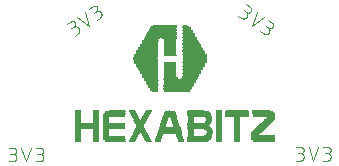
<source format=gbr>
G04 EAGLE Gerber RS-274X export*
G75*
%MOMM*%
%FSLAX34Y34*%
%LPD*%
%INSilkscreen Top*%
%IPPOS*%
%AMOC8*
5,1,8,0,0,1.08239X$1,22.5*%
G01*
%ADD10C,0.101600*%
%ADD11R,0.345438X0.020319*%
%ADD12R,1.950719X0.020319*%
%ADD13R,0.467356X0.020319*%
%ADD14R,2.072637X0.020319*%
%ADD15R,0.508000X0.020319*%
%ADD16R,2.113281X0.020319*%
%ADD17R,0.528319X0.020319*%
%ADD18R,2.133600X0.020319*%
%ADD19R,0.568956X0.020319*%
%ADD20R,2.174238X0.020319*%
%ADD21R,0.589275X0.020319*%
%ADD22R,2.194556X0.020319*%
%ADD23R,0.609600X0.020319*%
%ADD24R,2.214881X0.020319*%
%ADD25R,0.629919X0.020319*%
%ADD26R,2.235200X0.020319*%
%ADD27R,0.650238X0.020319*%
%ADD28R,2.255519X0.020319*%
%ADD29R,0.670556X0.020319*%
%ADD30R,2.275838X0.020319*%
%ADD31R,0.690875X0.020319*%
%ADD32R,2.296156X0.020319*%
%ADD33R,2.316481X0.020319*%
%ADD34R,0.711200X0.020319*%
%ADD35R,2.336800X0.020319*%
%ADD36R,0.731519X0.020319*%
%ADD37R,0.751838X0.020319*%
%ADD38R,2.357119X0.020319*%
%ADD39R,0.772156X0.020319*%
%ADD40R,2.377438X0.020319*%
%ADD41R,0.792475X0.020319*%
%ADD42R,2.397756X0.020319*%
%ADD43R,2.418081X0.020319*%
%ADD44R,0.812800X0.020319*%
%ADD45R,0.833119X0.020319*%
%ADD46R,2.438400X0.020319*%
%ADD47R,2.458719X0.020319*%
%ADD48R,0.853438X0.020319*%
%ADD49R,0.894081X0.020319*%
%ADD50R,2.479038X0.020319*%
%ADD51R,2.499356X0.020319*%
%ADD52R,0.914400X0.020319*%
%ADD53R,0.934719X0.020319*%
%ADD54R,2.519681X0.020319*%
%ADD55R,0.955038X0.020319*%
%ADD56R,2.540000X0.020319*%
%ADD57R,0.975363X0.020319*%
%ADD58R,2.560319X0.020319*%
%ADD59R,2.580637X0.020319*%
%ADD60R,0.995681X0.020319*%
%ADD61R,2.600956X0.020319*%
%ADD62R,1.016000X0.020319*%
%ADD63R,2.621281X0.020319*%
%ADD64R,1.036319X0.020319*%
%ADD65R,2.641600X0.020319*%
%ADD66R,1.056638X0.020319*%
%ADD67R,2.661919X0.020319*%
%ADD68R,1.076963X0.020319*%
%ADD69R,1.097281X0.020319*%
%ADD70R,1.117600X0.020319*%
%ADD71R,2.682238X0.020319*%
%ADD72R,2.702556X0.020319*%
%ADD73R,1.137919X0.020319*%
%ADD74R,2.722881X0.020319*%
%ADD75R,2.743200X0.020319*%
%ADD76R,1.158238X0.020319*%
%ADD77R,1.280156X0.020319*%
%ADD78R,1.341119X0.020319*%
%ADD79R,1.178556X0.020319*%
%ADD80R,1.259838X0.020319*%
%ADD81R,1.219200X0.020319*%
%ADD82R,1.300481X0.020319*%
%ADD83R,1.300475X0.020319*%
%ADD84R,1.198875X0.020319*%
%ADD85R,1.239519X0.020319*%
%ADD86R,1.076956X0.020319*%
%ADD87R,1.320800X0.020319*%
%ADD88R,1.361438X0.020319*%
%ADD89R,1.381756X0.020319*%
%ADD90R,1.402075X0.020319*%
%ADD91R,1.422400X0.020319*%
%ADD92R,1.564638X0.020319*%
%ADD93R,0.548638X0.020319*%
%ADD94R,1.544319X0.020319*%
%ADD95R,1.666238X0.020319*%
%ADD96R,1.645919X0.020319*%
%ADD97R,1.747519X0.020319*%
%ADD98R,1.442719X0.020319*%
%ADD99R,1.686556X0.020319*%
%ADD100R,1.727200X0.020319*%
%ADD101R,1.808475X0.020319*%
%ADD102R,1.463037X0.020319*%
%ADD103R,1.706875X0.020319*%
%ADD104R,0.568963X0.020319*%
%ADD105R,1.828800X0.020319*%
%ADD106R,1.788156X0.020319*%
%ADD107R,1.849119X0.020319*%
%ADD108R,1.483356X0.020319*%
%ADD109R,0.589281X0.020319*%
%ADD110R,1.889756X0.020319*%
%ADD111R,1.767838X0.020319*%
%ADD112R,1.910075X0.020319*%
%ADD113R,1.503675X0.020319*%
%ADD114R,1.930400X0.020319*%
%ADD115R,1.524000X0.020319*%
%ADD116R,1.971037X0.020319*%
%ADD117R,1.991356X0.020319*%
%ADD118R,1.869438X0.020319*%
%ADD119R,1.584956X0.020319*%
%ADD120R,2.011675X0.020319*%
%ADD121R,1.605275X0.020319*%
%ADD122R,2.032000X0.020319*%
%ADD123R,1.625600X0.020319*%
%ADD124R,2.052319X0.020319*%
%ADD125R,0.690881X0.020319*%
%ADD126R,2.092956X0.020319*%
%ADD127R,0.772163X0.020319*%
%ADD128R,2.011681X0.020319*%
%ADD129R,1.910081X0.020319*%
%ADD130R,0.873756X0.020319*%
%ADD131R,1.889763X0.020319*%
%ADD132R,0.670563X0.020319*%
%ADD133R,1.808481X0.020319*%
%ADD134R,0.792481X0.020319*%
%ADD135R,2.113275X0.020319*%
%ADD136R,0.894075X0.020319*%
%ADD137R,0.487681X0.020319*%
%ADD138R,0.975356X0.020319*%
%ADD139R,1.706881X0.020319*%
%ADD140R,1.503681X0.020319*%
%ADD141R,1.605281X0.020319*%
%ADD142R,0.487675X0.020319*%
%ADD143R,0.447038X0.020319*%
%ADD144R,0.060963X0.020319*%
%ADD145R,1.402081X0.020319*%
%ADD146R,1.280163X0.020319*%
%ADD147R,1.097275X0.020319*%
%ADD148R,2.722875X0.020319*%
%ADD149R,2.621275X0.020319*%
%ADD150R,0.995675X0.020319*%
%ADD151R,2.519675X0.020319*%
%ADD152R,2.418075X0.020319*%
%ADD153R,2.316475X0.020319*%
%ADD154R,2.214875X0.020319*%
%ADD155R,2.153919X0.020319*%
%ADD156R,0.426719X0.020319*%
%ADD157R,0.386075X0.020319*%


D10*
X57226Y129838D02*
X59884Y127976D01*
X59978Y127913D01*
X60074Y127853D01*
X60172Y127796D01*
X60272Y127743D01*
X60374Y127693D01*
X60478Y127647D01*
X60583Y127605D01*
X60689Y127566D01*
X60797Y127531D01*
X60906Y127500D01*
X61016Y127472D01*
X61127Y127449D01*
X61238Y127429D01*
X61350Y127413D01*
X61463Y127401D01*
X61576Y127393D01*
X61689Y127389D01*
X61803Y127389D01*
X61916Y127393D01*
X62029Y127401D01*
X62142Y127413D01*
X62254Y127429D01*
X62365Y127449D01*
X62476Y127472D01*
X62586Y127500D01*
X62695Y127531D01*
X62803Y127566D01*
X62909Y127605D01*
X63014Y127647D01*
X63118Y127693D01*
X63220Y127743D01*
X63320Y127796D01*
X63418Y127853D01*
X63514Y127913D01*
X63608Y127976D01*
X63699Y128043D01*
X63789Y128112D01*
X63876Y128185D01*
X63960Y128261D01*
X64041Y128340D01*
X64120Y128421D01*
X64196Y128505D01*
X64269Y128592D01*
X64338Y128682D01*
X64405Y128773D01*
X64468Y128867D01*
X64528Y128963D01*
X64585Y129061D01*
X64638Y129161D01*
X64688Y129263D01*
X64734Y129367D01*
X64776Y129472D01*
X64815Y129578D01*
X64850Y129686D01*
X64881Y129795D01*
X64909Y129905D01*
X64932Y130016D01*
X64952Y130127D01*
X64968Y130239D01*
X64980Y130352D01*
X64988Y130465D01*
X64992Y130578D01*
X64992Y130692D01*
X64988Y130805D01*
X64980Y130918D01*
X64968Y131031D01*
X64952Y131143D01*
X64932Y131254D01*
X64909Y131365D01*
X64881Y131475D01*
X64850Y131584D01*
X64815Y131692D01*
X64776Y131798D01*
X64734Y131903D01*
X64688Y132007D01*
X64638Y132109D01*
X64585Y132209D01*
X64528Y132307D01*
X64468Y132403D01*
X64405Y132497D01*
X64338Y132588D01*
X64269Y132678D01*
X64196Y132765D01*
X64120Y132849D01*
X64041Y132930D01*
X63960Y133009D01*
X63876Y133085D01*
X63789Y133158D01*
X63700Y133227D01*
X63608Y133294D01*
X67118Y137175D02*
X63927Y139409D01*
X67117Y137175D02*
X67198Y137115D01*
X67277Y137053D01*
X67354Y136987D01*
X67428Y136919D01*
X67499Y136848D01*
X67567Y136774D01*
X67633Y136697D01*
X67695Y136618D01*
X67755Y136537D01*
X67811Y136453D01*
X67864Y136368D01*
X67913Y136280D01*
X67959Y136191D01*
X68002Y136099D01*
X68041Y136006D01*
X68076Y135912D01*
X68108Y135817D01*
X68136Y135720D01*
X68160Y135622D01*
X68180Y135524D01*
X68197Y135424D01*
X68209Y135324D01*
X68218Y135224D01*
X68223Y135124D01*
X68224Y135023D01*
X68221Y134922D01*
X68214Y134822D01*
X68203Y134722D01*
X68189Y134622D01*
X68170Y134523D01*
X68148Y134425D01*
X68122Y134328D01*
X68092Y134231D01*
X68059Y134137D01*
X68022Y134043D01*
X67981Y133951D01*
X67936Y133860D01*
X67889Y133772D01*
X67837Y133685D01*
X67783Y133601D01*
X67725Y133518D01*
X67664Y133438D01*
X67600Y133360D01*
X67533Y133285D01*
X67464Y133212D01*
X67391Y133143D01*
X67316Y133076D01*
X67238Y133012D01*
X67158Y132951D01*
X67075Y132893D01*
X66991Y132839D01*
X66904Y132787D01*
X66816Y132740D01*
X66725Y132695D01*
X66633Y132654D01*
X66539Y132617D01*
X66445Y132584D01*
X66348Y132554D01*
X66251Y132528D01*
X66153Y132506D01*
X66054Y132487D01*
X65954Y132473D01*
X65854Y132462D01*
X65754Y132455D01*
X65653Y132452D01*
X65552Y132453D01*
X65452Y132458D01*
X65352Y132467D01*
X65252Y132479D01*
X65152Y132496D01*
X65054Y132516D01*
X64956Y132540D01*
X64859Y132568D01*
X64764Y132600D01*
X64670Y132635D01*
X64577Y132674D01*
X64485Y132717D01*
X64396Y132763D01*
X64308Y132812D01*
X64223Y132865D01*
X64139Y132921D01*
X62012Y134411D01*
X72758Y133225D02*
X69247Y121420D01*
X79139Y128758D01*
X75951Y116726D02*
X78610Y114864D01*
X78704Y114801D01*
X78800Y114741D01*
X78898Y114684D01*
X78998Y114631D01*
X79100Y114581D01*
X79204Y114535D01*
X79309Y114493D01*
X79415Y114454D01*
X79523Y114419D01*
X79632Y114388D01*
X79742Y114360D01*
X79853Y114337D01*
X79964Y114317D01*
X80076Y114301D01*
X80189Y114289D01*
X80302Y114281D01*
X80415Y114277D01*
X80529Y114277D01*
X80642Y114281D01*
X80755Y114289D01*
X80868Y114301D01*
X80980Y114317D01*
X81091Y114337D01*
X81202Y114360D01*
X81312Y114388D01*
X81421Y114419D01*
X81529Y114454D01*
X81635Y114493D01*
X81740Y114535D01*
X81844Y114581D01*
X81946Y114631D01*
X82046Y114684D01*
X82144Y114741D01*
X82240Y114801D01*
X82334Y114864D01*
X82425Y114931D01*
X82515Y115000D01*
X82602Y115073D01*
X82686Y115149D01*
X82767Y115228D01*
X82846Y115309D01*
X82922Y115393D01*
X82995Y115480D01*
X83064Y115570D01*
X83131Y115661D01*
X83194Y115755D01*
X83254Y115851D01*
X83311Y115949D01*
X83364Y116049D01*
X83414Y116151D01*
X83460Y116255D01*
X83502Y116360D01*
X83541Y116466D01*
X83576Y116574D01*
X83607Y116683D01*
X83635Y116793D01*
X83658Y116904D01*
X83678Y117015D01*
X83694Y117127D01*
X83706Y117240D01*
X83714Y117353D01*
X83718Y117466D01*
X83718Y117580D01*
X83714Y117693D01*
X83706Y117806D01*
X83694Y117919D01*
X83678Y118031D01*
X83658Y118142D01*
X83635Y118253D01*
X83607Y118363D01*
X83576Y118472D01*
X83541Y118580D01*
X83502Y118686D01*
X83460Y118791D01*
X83414Y118895D01*
X83364Y118997D01*
X83311Y119097D01*
X83254Y119195D01*
X83194Y119291D01*
X83131Y119385D01*
X83064Y119476D01*
X82995Y119566D01*
X82922Y119653D01*
X82846Y119737D01*
X82767Y119818D01*
X82686Y119897D01*
X82602Y119973D01*
X82515Y120046D01*
X82426Y120115D01*
X82334Y120182D01*
X85843Y124063D02*
X82653Y126297D01*
X85843Y124063D02*
X85924Y124003D01*
X86003Y123941D01*
X86080Y123875D01*
X86154Y123807D01*
X86225Y123736D01*
X86293Y123662D01*
X86359Y123585D01*
X86421Y123506D01*
X86481Y123425D01*
X86537Y123341D01*
X86590Y123256D01*
X86639Y123168D01*
X86685Y123079D01*
X86728Y122987D01*
X86767Y122894D01*
X86802Y122800D01*
X86834Y122705D01*
X86862Y122608D01*
X86886Y122510D01*
X86906Y122412D01*
X86923Y122312D01*
X86935Y122212D01*
X86944Y122112D01*
X86949Y122012D01*
X86950Y121911D01*
X86947Y121810D01*
X86940Y121710D01*
X86929Y121610D01*
X86915Y121510D01*
X86896Y121411D01*
X86874Y121313D01*
X86848Y121216D01*
X86818Y121119D01*
X86785Y121025D01*
X86748Y120931D01*
X86707Y120839D01*
X86662Y120748D01*
X86615Y120660D01*
X86563Y120573D01*
X86509Y120489D01*
X86451Y120406D01*
X86390Y120326D01*
X86326Y120248D01*
X86259Y120173D01*
X86190Y120100D01*
X86117Y120031D01*
X86042Y119964D01*
X85964Y119900D01*
X85884Y119839D01*
X85801Y119781D01*
X85717Y119727D01*
X85630Y119675D01*
X85542Y119628D01*
X85451Y119583D01*
X85359Y119542D01*
X85265Y119505D01*
X85171Y119472D01*
X85074Y119442D01*
X84977Y119416D01*
X84879Y119394D01*
X84780Y119375D01*
X84680Y119361D01*
X84580Y119350D01*
X84480Y119343D01*
X84379Y119340D01*
X84278Y119341D01*
X84178Y119346D01*
X84078Y119355D01*
X83978Y119367D01*
X83878Y119384D01*
X83780Y119404D01*
X83682Y119428D01*
X83585Y119456D01*
X83490Y119488D01*
X83396Y119523D01*
X83303Y119562D01*
X83211Y119605D01*
X83122Y119651D01*
X83034Y119700D01*
X82949Y119753D01*
X82865Y119809D01*
X80738Y121299D01*
X106230Y7022D02*
X109476Y7022D01*
X109589Y7024D01*
X109702Y7030D01*
X109815Y7040D01*
X109928Y7054D01*
X110040Y7071D01*
X110151Y7093D01*
X110261Y7118D01*
X110371Y7148D01*
X110479Y7181D01*
X110586Y7218D01*
X110692Y7258D01*
X110796Y7303D01*
X110899Y7351D01*
X111000Y7402D01*
X111099Y7457D01*
X111196Y7515D01*
X111291Y7577D01*
X111384Y7642D01*
X111474Y7710D01*
X111562Y7781D01*
X111648Y7856D01*
X111731Y7933D01*
X111811Y8013D01*
X111888Y8096D01*
X111963Y8182D01*
X112034Y8270D01*
X112102Y8360D01*
X112167Y8453D01*
X112229Y8548D01*
X112287Y8645D01*
X112342Y8744D01*
X112393Y8845D01*
X112441Y8948D01*
X112486Y9052D01*
X112526Y9158D01*
X112563Y9265D01*
X112596Y9373D01*
X112626Y9483D01*
X112651Y9593D01*
X112673Y9704D01*
X112690Y9816D01*
X112704Y9929D01*
X112714Y10042D01*
X112720Y10155D01*
X112722Y10268D01*
X112720Y10381D01*
X112714Y10494D01*
X112704Y10607D01*
X112690Y10720D01*
X112673Y10832D01*
X112651Y10943D01*
X112626Y11053D01*
X112596Y11163D01*
X112563Y11271D01*
X112526Y11378D01*
X112486Y11484D01*
X112441Y11588D01*
X112393Y11691D01*
X112342Y11792D01*
X112287Y11891D01*
X112229Y11988D01*
X112167Y12083D01*
X112102Y12176D01*
X112034Y12266D01*
X111963Y12354D01*
X111888Y12440D01*
X111811Y12523D01*
X111731Y12603D01*
X111648Y12680D01*
X111562Y12755D01*
X111474Y12826D01*
X111384Y12894D01*
X111291Y12959D01*
X111196Y13021D01*
X111099Y13079D01*
X111000Y13134D01*
X110899Y13185D01*
X110796Y13233D01*
X110692Y13278D01*
X110586Y13318D01*
X110479Y13355D01*
X110371Y13388D01*
X110261Y13418D01*
X110151Y13443D01*
X110040Y13465D01*
X109928Y13482D01*
X109815Y13496D01*
X109702Y13506D01*
X109589Y13512D01*
X109476Y13514D01*
X110125Y18706D02*
X106230Y18706D01*
X110125Y18706D02*
X110226Y18704D01*
X110326Y18698D01*
X110426Y18688D01*
X110526Y18675D01*
X110625Y18657D01*
X110724Y18636D01*
X110821Y18611D01*
X110918Y18582D01*
X111013Y18549D01*
X111107Y18513D01*
X111199Y18473D01*
X111290Y18430D01*
X111379Y18383D01*
X111466Y18333D01*
X111552Y18279D01*
X111635Y18222D01*
X111715Y18162D01*
X111794Y18099D01*
X111870Y18032D01*
X111943Y17963D01*
X112013Y17891D01*
X112081Y17817D01*
X112146Y17740D01*
X112207Y17660D01*
X112266Y17578D01*
X112321Y17494D01*
X112373Y17408D01*
X112422Y17320D01*
X112467Y17230D01*
X112509Y17138D01*
X112547Y17045D01*
X112581Y16950D01*
X112612Y16855D01*
X112639Y16758D01*
X112662Y16660D01*
X112682Y16561D01*
X112697Y16461D01*
X112709Y16361D01*
X112717Y16261D01*
X112721Y16160D01*
X112721Y16060D01*
X112717Y15959D01*
X112709Y15859D01*
X112697Y15759D01*
X112682Y15659D01*
X112662Y15560D01*
X112639Y15462D01*
X112612Y15365D01*
X112581Y15270D01*
X112547Y15175D01*
X112509Y15082D01*
X112467Y14990D01*
X112422Y14900D01*
X112373Y14812D01*
X112321Y14726D01*
X112266Y14642D01*
X112207Y14560D01*
X112146Y14480D01*
X112081Y14403D01*
X112013Y14329D01*
X111943Y14257D01*
X111870Y14188D01*
X111794Y14121D01*
X111715Y14058D01*
X111635Y13998D01*
X111552Y13941D01*
X111466Y13887D01*
X111379Y13837D01*
X111290Y13790D01*
X111199Y13747D01*
X111107Y13707D01*
X111013Y13671D01*
X110918Y13638D01*
X110821Y13609D01*
X110724Y13584D01*
X110625Y13563D01*
X110526Y13545D01*
X110426Y13532D01*
X110326Y13522D01*
X110226Y13516D01*
X110125Y13514D01*
X110125Y13513D02*
X107529Y13513D01*
X117011Y18706D02*
X120906Y7022D01*
X124801Y18706D01*
X129090Y7022D02*
X132336Y7022D01*
X132449Y7024D01*
X132562Y7030D01*
X132675Y7040D01*
X132788Y7054D01*
X132900Y7071D01*
X133011Y7093D01*
X133121Y7118D01*
X133231Y7148D01*
X133339Y7181D01*
X133446Y7218D01*
X133552Y7258D01*
X133656Y7303D01*
X133759Y7351D01*
X133860Y7402D01*
X133959Y7457D01*
X134056Y7515D01*
X134151Y7577D01*
X134244Y7642D01*
X134334Y7710D01*
X134422Y7781D01*
X134508Y7856D01*
X134591Y7933D01*
X134671Y8013D01*
X134748Y8096D01*
X134823Y8182D01*
X134894Y8270D01*
X134962Y8360D01*
X135027Y8453D01*
X135089Y8548D01*
X135147Y8645D01*
X135202Y8744D01*
X135253Y8845D01*
X135301Y8948D01*
X135346Y9052D01*
X135386Y9158D01*
X135423Y9265D01*
X135456Y9373D01*
X135486Y9483D01*
X135511Y9593D01*
X135533Y9704D01*
X135550Y9816D01*
X135564Y9929D01*
X135574Y10042D01*
X135580Y10155D01*
X135582Y10268D01*
X135580Y10381D01*
X135574Y10494D01*
X135564Y10607D01*
X135550Y10720D01*
X135533Y10832D01*
X135511Y10943D01*
X135486Y11053D01*
X135456Y11163D01*
X135423Y11271D01*
X135386Y11378D01*
X135346Y11484D01*
X135301Y11588D01*
X135253Y11691D01*
X135202Y11792D01*
X135147Y11891D01*
X135089Y11988D01*
X135027Y12083D01*
X134962Y12176D01*
X134894Y12266D01*
X134823Y12354D01*
X134748Y12440D01*
X134671Y12523D01*
X134591Y12603D01*
X134508Y12680D01*
X134422Y12755D01*
X134334Y12826D01*
X134244Y12894D01*
X134151Y12959D01*
X134056Y13021D01*
X133959Y13079D01*
X133860Y13134D01*
X133759Y13185D01*
X133656Y13233D01*
X133552Y13278D01*
X133446Y13318D01*
X133339Y13355D01*
X133231Y13388D01*
X133121Y13418D01*
X133011Y13443D01*
X132900Y13465D01*
X132788Y13482D01*
X132675Y13496D01*
X132562Y13506D01*
X132449Y13512D01*
X132336Y13514D01*
X132985Y18706D02*
X129090Y18706D01*
X132985Y18706D02*
X133086Y18704D01*
X133186Y18698D01*
X133286Y18688D01*
X133386Y18675D01*
X133485Y18657D01*
X133584Y18636D01*
X133681Y18611D01*
X133778Y18582D01*
X133873Y18549D01*
X133967Y18513D01*
X134059Y18473D01*
X134150Y18430D01*
X134239Y18383D01*
X134326Y18333D01*
X134412Y18279D01*
X134495Y18222D01*
X134575Y18162D01*
X134654Y18099D01*
X134730Y18032D01*
X134803Y17963D01*
X134873Y17891D01*
X134941Y17817D01*
X135006Y17740D01*
X135067Y17660D01*
X135126Y17578D01*
X135181Y17494D01*
X135233Y17408D01*
X135282Y17320D01*
X135327Y17230D01*
X135369Y17138D01*
X135407Y17045D01*
X135441Y16950D01*
X135472Y16855D01*
X135499Y16758D01*
X135522Y16660D01*
X135542Y16561D01*
X135557Y16461D01*
X135569Y16361D01*
X135577Y16261D01*
X135581Y16160D01*
X135581Y16060D01*
X135577Y15959D01*
X135569Y15859D01*
X135557Y15759D01*
X135542Y15659D01*
X135522Y15560D01*
X135499Y15462D01*
X135472Y15365D01*
X135441Y15270D01*
X135407Y15175D01*
X135369Y15082D01*
X135327Y14990D01*
X135282Y14900D01*
X135233Y14812D01*
X135181Y14726D01*
X135126Y14642D01*
X135067Y14560D01*
X135006Y14480D01*
X134941Y14403D01*
X134873Y14329D01*
X134803Y14257D01*
X134730Y14188D01*
X134654Y14121D01*
X134575Y14058D01*
X134495Y13998D01*
X134412Y13941D01*
X134326Y13887D01*
X134239Y13837D01*
X134150Y13790D01*
X134059Y13747D01*
X133967Y13707D01*
X133873Y13671D01*
X133778Y13638D01*
X133681Y13609D01*
X133584Y13584D01*
X133485Y13563D01*
X133386Y13545D01*
X133286Y13532D01*
X133186Y13522D01*
X133086Y13516D01*
X132985Y13514D01*
X132985Y13513D02*
X130389Y13513D01*
X-133856Y6436D02*
X-137102Y6436D01*
X-133856Y6436D02*
X-133743Y6438D01*
X-133630Y6444D01*
X-133517Y6454D01*
X-133404Y6468D01*
X-133292Y6485D01*
X-133181Y6507D01*
X-133071Y6532D01*
X-132961Y6562D01*
X-132853Y6595D01*
X-132746Y6632D01*
X-132640Y6672D01*
X-132536Y6717D01*
X-132433Y6765D01*
X-132332Y6816D01*
X-132233Y6871D01*
X-132136Y6929D01*
X-132041Y6991D01*
X-131948Y7056D01*
X-131858Y7124D01*
X-131770Y7195D01*
X-131684Y7270D01*
X-131601Y7347D01*
X-131521Y7427D01*
X-131444Y7510D01*
X-131369Y7596D01*
X-131298Y7684D01*
X-131230Y7774D01*
X-131165Y7867D01*
X-131103Y7962D01*
X-131045Y8059D01*
X-130990Y8158D01*
X-130939Y8259D01*
X-130891Y8362D01*
X-130846Y8466D01*
X-130806Y8572D01*
X-130769Y8679D01*
X-130736Y8787D01*
X-130706Y8897D01*
X-130681Y9007D01*
X-130659Y9118D01*
X-130642Y9230D01*
X-130628Y9343D01*
X-130618Y9456D01*
X-130612Y9569D01*
X-130610Y9682D01*
X-130612Y9795D01*
X-130618Y9908D01*
X-130628Y10021D01*
X-130642Y10134D01*
X-130659Y10246D01*
X-130681Y10357D01*
X-130706Y10467D01*
X-130736Y10577D01*
X-130769Y10685D01*
X-130806Y10792D01*
X-130846Y10898D01*
X-130891Y11002D01*
X-130939Y11105D01*
X-130990Y11206D01*
X-131045Y11305D01*
X-131103Y11402D01*
X-131165Y11497D01*
X-131230Y11590D01*
X-131298Y11680D01*
X-131369Y11768D01*
X-131444Y11854D01*
X-131521Y11937D01*
X-131601Y12017D01*
X-131684Y12094D01*
X-131770Y12169D01*
X-131858Y12240D01*
X-131948Y12308D01*
X-132041Y12373D01*
X-132136Y12435D01*
X-132233Y12493D01*
X-132332Y12548D01*
X-132433Y12599D01*
X-132536Y12647D01*
X-132640Y12692D01*
X-132746Y12732D01*
X-132853Y12769D01*
X-132961Y12802D01*
X-133071Y12832D01*
X-133181Y12857D01*
X-133292Y12879D01*
X-133404Y12896D01*
X-133517Y12910D01*
X-133630Y12920D01*
X-133743Y12926D01*
X-133856Y12928D01*
X-133207Y18120D02*
X-137102Y18120D01*
X-133207Y18120D02*
X-133106Y18118D01*
X-133006Y18112D01*
X-132906Y18102D01*
X-132806Y18089D01*
X-132707Y18071D01*
X-132608Y18050D01*
X-132511Y18025D01*
X-132414Y17996D01*
X-132319Y17963D01*
X-132225Y17927D01*
X-132133Y17887D01*
X-132042Y17844D01*
X-131953Y17797D01*
X-131866Y17747D01*
X-131780Y17693D01*
X-131697Y17636D01*
X-131617Y17576D01*
X-131538Y17513D01*
X-131462Y17446D01*
X-131389Y17377D01*
X-131319Y17305D01*
X-131251Y17231D01*
X-131186Y17154D01*
X-131125Y17074D01*
X-131066Y16992D01*
X-131011Y16908D01*
X-130959Y16822D01*
X-130910Y16734D01*
X-130865Y16644D01*
X-130823Y16552D01*
X-130785Y16459D01*
X-130751Y16364D01*
X-130720Y16269D01*
X-130693Y16172D01*
X-130670Y16074D01*
X-130650Y15975D01*
X-130635Y15875D01*
X-130623Y15775D01*
X-130615Y15675D01*
X-130611Y15574D01*
X-130611Y15474D01*
X-130615Y15373D01*
X-130623Y15273D01*
X-130635Y15173D01*
X-130650Y15073D01*
X-130670Y14974D01*
X-130693Y14876D01*
X-130720Y14779D01*
X-130751Y14684D01*
X-130785Y14589D01*
X-130823Y14496D01*
X-130865Y14404D01*
X-130910Y14314D01*
X-130959Y14226D01*
X-131011Y14140D01*
X-131066Y14056D01*
X-131125Y13974D01*
X-131186Y13894D01*
X-131251Y13817D01*
X-131319Y13743D01*
X-131389Y13671D01*
X-131462Y13602D01*
X-131538Y13535D01*
X-131617Y13472D01*
X-131697Y13412D01*
X-131780Y13355D01*
X-131866Y13301D01*
X-131953Y13251D01*
X-132042Y13204D01*
X-132133Y13161D01*
X-132225Y13121D01*
X-132319Y13085D01*
X-132414Y13052D01*
X-132511Y13023D01*
X-132608Y12998D01*
X-132707Y12977D01*
X-132806Y12959D01*
X-132906Y12946D01*
X-133006Y12936D01*
X-133106Y12930D01*
X-133207Y12928D01*
X-133207Y12927D02*
X-135803Y12927D01*
X-126321Y18120D02*
X-122426Y6436D01*
X-118531Y18120D01*
X-114242Y6436D02*
X-110996Y6436D01*
X-110883Y6438D01*
X-110770Y6444D01*
X-110657Y6454D01*
X-110544Y6468D01*
X-110432Y6485D01*
X-110321Y6507D01*
X-110211Y6532D01*
X-110101Y6562D01*
X-109993Y6595D01*
X-109886Y6632D01*
X-109780Y6672D01*
X-109676Y6717D01*
X-109573Y6765D01*
X-109472Y6816D01*
X-109373Y6871D01*
X-109276Y6929D01*
X-109181Y6991D01*
X-109088Y7056D01*
X-108998Y7124D01*
X-108910Y7195D01*
X-108824Y7270D01*
X-108741Y7347D01*
X-108661Y7427D01*
X-108584Y7510D01*
X-108509Y7596D01*
X-108438Y7684D01*
X-108370Y7774D01*
X-108305Y7867D01*
X-108243Y7962D01*
X-108185Y8059D01*
X-108130Y8158D01*
X-108079Y8259D01*
X-108031Y8362D01*
X-107986Y8466D01*
X-107946Y8572D01*
X-107909Y8679D01*
X-107876Y8787D01*
X-107846Y8897D01*
X-107821Y9007D01*
X-107799Y9118D01*
X-107782Y9230D01*
X-107768Y9343D01*
X-107758Y9456D01*
X-107752Y9569D01*
X-107750Y9682D01*
X-107752Y9795D01*
X-107758Y9908D01*
X-107768Y10021D01*
X-107782Y10134D01*
X-107799Y10246D01*
X-107821Y10357D01*
X-107846Y10467D01*
X-107876Y10577D01*
X-107909Y10685D01*
X-107946Y10792D01*
X-107986Y10898D01*
X-108031Y11002D01*
X-108079Y11105D01*
X-108130Y11206D01*
X-108185Y11305D01*
X-108243Y11402D01*
X-108305Y11497D01*
X-108370Y11590D01*
X-108438Y11680D01*
X-108509Y11768D01*
X-108584Y11854D01*
X-108661Y11937D01*
X-108741Y12017D01*
X-108824Y12094D01*
X-108910Y12169D01*
X-108998Y12240D01*
X-109088Y12308D01*
X-109181Y12373D01*
X-109276Y12435D01*
X-109373Y12493D01*
X-109472Y12548D01*
X-109573Y12599D01*
X-109676Y12647D01*
X-109780Y12692D01*
X-109886Y12732D01*
X-109993Y12769D01*
X-110101Y12802D01*
X-110211Y12832D01*
X-110321Y12857D01*
X-110432Y12879D01*
X-110544Y12896D01*
X-110657Y12910D01*
X-110770Y12920D01*
X-110883Y12926D01*
X-110996Y12928D01*
X-110347Y18120D02*
X-114242Y18120D01*
X-110347Y18120D02*
X-110246Y18118D01*
X-110146Y18112D01*
X-110046Y18102D01*
X-109946Y18089D01*
X-109847Y18071D01*
X-109748Y18050D01*
X-109651Y18025D01*
X-109554Y17996D01*
X-109459Y17963D01*
X-109365Y17927D01*
X-109273Y17887D01*
X-109182Y17844D01*
X-109093Y17797D01*
X-109006Y17747D01*
X-108920Y17693D01*
X-108837Y17636D01*
X-108757Y17576D01*
X-108678Y17513D01*
X-108602Y17446D01*
X-108529Y17377D01*
X-108459Y17305D01*
X-108391Y17231D01*
X-108326Y17154D01*
X-108265Y17074D01*
X-108206Y16992D01*
X-108151Y16908D01*
X-108099Y16822D01*
X-108050Y16734D01*
X-108005Y16644D01*
X-107963Y16552D01*
X-107925Y16459D01*
X-107891Y16364D01*
X-107860Y16269D01*
X-107833Y16172D01*
X-107810Y16074D01*
X-107790Y15975D01*
X-107775Y15875D01*
X-107763Y15775D01*
X-107755Y15675D01*
X-107751Y15574D01*
X-107751Y15474D01*
X-107755Y15373D01*
X-107763Y15273D01*
X-107775Y15173D01*
X-107790Y15073D01*
X-107810Y14974D01*
X-107833Y14876D01*
X-107860Y14779D01*
X-107891Y14684D01*
X-107925Y14589D01*
X-107963Y14496D01*
X-108005Y14404D01*
X-108050Y14314D01*
X-108099Y14226D01*
X-108151Y14140D01*
X-108206Y14056D01*
X-108265Y13974D01*
X-108326Y13894D01*
X-108391Y13817D01*
X-108459Y13743D01*
X-108529Y13671D01*
X-108602Y13602D01*
X-108678Y13535D01*
X-108757Y13472D01*
X-108837Y13412D01*
X-108920Y13355D01*
X-109006Y13301D01*
X-109093Y13251D01*
X-109182Y13204D01*
X-109273Y13161D01*
X-109365Y13121D01*
X-109459Y13085D01*
X-109554Y13052D01*
X-109651Y13023D01*
X-109748Y12998D01*
X-109847Y12977D01*
X-109946Y12959D01*
X-110046Y12946D01*
X-110146Y12936D01*
X-110246Y12930D01*
X-110347Y12928D01*
X-110347Y12927D02*
X-112943Y12927D01*
X-81273Y113003D02*
X-78614Y114865D01*
X-78614Y114864D02*
X-78523Y114931D01*
X-78433Y115000D01*
X-78346Y115073D01*
X-78262Y115149D01*
X-78181Y115228D01*
X-78102Y115309D01*
X-78026Y115393D01*
X-77953Y115480D01*
X-77884Y115569D01*
X-77817Y115661D01*
X-77754Y115755D01*
X-77694Y115851D01*
X-77637Y115949D01*
X-77584Y116049D01*
X-77534Y116151D01*
X-77488Y116255D01*
X-77446Y116360D01*
X-77407Y116466D01*
X-77372Y116574D01*
X-77341Y116683D01*
X-77313Y116793D01*
X-77290Y116904D01*
X-77270Y117015D01*
X-77254Y117127D01*
X-77242Y117240D01*
X-77234Y117353D01*
X-77230Y117466D01*
X-77230Y117580D01*
X-77234Y117693D01*
X-77242Y117806D01*
X-77254Y117919D01*
X-77270Y118031D01*
X-77290Y118142D01*
X-77313Y118253D01*
X-77341Y118363D01*
X-77372Y118472D01*
X-77407Y118580D01*
X-77446Y118686D01*
X-77488Y118791D01*
X-77534Y118895D01*
X-77584Y118997D01*
X-77637Y119097D01*
X-77694Y119195D01*
X-77754Y119291D01*
X-77817Y119385D01*
X-77884Y119476D01*
X-77953Y119566D01*
X-78026Y119653D01*
X-78102Y119737D01*
X-78181Y119818D01*
X-78262Y119897D01*
X-78346Y119973D01*
X-78433Y120046D01*
X-78523Y120115D01*
X-78614Y120182D01*
X-78708Y120245D01*
X-78804Y120305D01*
X-78902Y120362D01*
X-79002Y120415D01*
X-79104Y120465D01*
X-79208Y120511D01*
X-79313Y120553D01*
X-79419Y120592D01*
X-79527Y120627D01*
X-79636Y120658D01*
X-79746Y120686D01*
X-79857Y120709D01*
X-79968Y120729D01*
X-80080Y120745D01*
X-80193Y120757D01*
X-80306Y120765D01*
X-80419Y120769D01*
X-80533Y120769D01*
X-80646Y120765D01*
X-80759Y120757D01*
X-80872Y120745D01*
X-80984Y120729D01*
X-81095Y120709D01*
X-81206Y120686D01*
X-81316Y120658D01*
X-81425Y120627D01*
X-81533Y120592D01*
X-81639Y120553D01*
X-81744Y120511D01*
X-81848Y120465D01*
X-81950Y120415D01*
X-82050Y120362D01*
X-82148Y120305D01*
X-82244Y120245D01*
X-82338Y120182D01*
X-84784Y124808D02*
X-87974Y122574D01*
X-84784Y124808D02*
X-84700Y124864D01*
X-84615Y124917D01*
X-84527Y124966D01*
X-84438Y125012D01*
X-84346Y125055D01*
X-84253Y125094D01*
X-84159Y125129D01*
X-84064Y125161D01*
X-83967Y125189D01*
X-83869Y125213D01*
X-83771Y125233D01*
X-83671Y125250D01*
X-83571Y125262D01*
X-83471Y125271D01*
X-83371Y125276D01*
X-83270Y125277D01*
X-83169Y125274D01*
X-83069Y125267D01*
X-82969Y125256D01*
X-82869Y125242D01*
X-82770Y125223D01*
X-82672Y125201D01*
X-82575Y125175D01*
X-82478Y125145D01*
X-82384Y125112D01*
X-82290Y125075D01*
X-82198Y125034D01*
X-82107Y124989D01*
X-82019Y124942D01*
X-81932Y124890D01*
X-81848Y124836D01*
X-81765Y124778D01*
X-81685Y124717D01*
X-81607Y124653D01*
X-81532Y124586D01*
X-81459Y124517D01*
X-81390Y124444D01*
X-81323Y124369D01*
X-81259Y124291D01*
X-81198Y124211D01*
X-81140Y124128D01*
X-81086Y124044D01*
X-81034Y123957D01*
X-80987Y123869D01*
X-80942Y123778D01*
X-80901Y123686D01*
X-80864Y123592D01*
X-80831Y123498D01*
X-80801Y123401D01*
X-80775Y123304D01*
X-80753Y123206D01*
X-80734Y123107D01*
X-80720Y123007D01*
X-80709Y122907D01*
X-80702Y122807D01*
X-80699Y122706D01*
X-80700Y122605D01*
X-80705Y122505D01*
X-80714Y122405D01*
X-80726Y122305D01*
X-80743Y122205D01*
X-80763Y122107D01*
X-80787Y122009D01*
X-80815Y121912D01*
X-80847Y121817D01*
X-80882Y121723D01*
X-80921Y121630D01*
X-80964Y121538D01*
X-81010Y121449D01*
X-81059Y121361D01*
X-81112Y121276D01*
X-81168Y121192D01*
X-81228Y121111D01*
X-81290Y121032D01*
X-81356Y120955D01*
X-81424Y120881D01*
X-81495Y120810D01*
X-81569Y120742D01*
X-81646Y120676D01*
X-81725Y120614D01*
X-81806Y120554D01*
X-81805Y120554D02*
X-83932Y119065D01*
X-79143Y128758D02*
X-69251Y121420D01*
X-72762Y133225D01*
X-62547Y126115D02*
X-59888Y127976D01*
X-59797Y128043D01*
X-59707Y128112D01*
X-59620Y128185D01*
X-59536Y128261D01*
X-59455Y128340D01*
X-59376Y128421D01*
X-59300Y128505D01*
X-59227Y128592D01*
X-59158Y128681D01*
X-59091Y128773D01*
X-59028Y128867D01*
X-58968Y128963D01*
X-58911Y129061D01*
X-58858Y129161D01*
X-58808Y129263D01*
X-58762Y129367D01*
X-58720Y129472D01*
X-58681Y129578D01*
X-58646Y129686D01*
X-58615Y129795D01*
X-58587Y129905D01*
X-58564Y130016D01*
X-58544Y130127D01*
X-58528Y130239D01*
X-58516Y130352D01*
X-58508Y130465D01*
X-58504Y130578D01*
X-58504Y130692D01*
X-58508Y130805D01*
X-58516Y130918D01*
X-58528Y131031D01*
X-58544Y131143D01*
X-58564Y131254D01*
X-58587Y131365D01*
X-58615Y131475D01*
X-58646Y131584D01*
X-58681Y131692D01*
X-58720Y131798D01*
X-58762Y131903D01*
X-58808Y132007D01*
X-58858Y132109D01*
X-58911Y132209D01*
X-58968Y132307D01*
X-59028Y132403D01*
X-59091Y132497D01*
X-59158Y132588D01*
X-59227Y132678D01*
X-59300Y132765D01*
X-59376Y132849D01*
X-59455Y132930D01*
X-59536Y133009D01*
X-59620Y133085D01*
X-59707Y133158D01*
X-59797Y133227D01*
X-59888Y133294D01*
X-59982Y133357D01*
X-60078Y133417D01*
X-60176Y133474D01*
X-60276Y133527D01*
X-60378Y133577D01*
X-60482Y133623D01*
X-60587Y133665D01*
X-60693Y133704D01*
X-60801Y133739D01*
X-60910Y133770D01*
X-61020Y133798D01*
X-61131Y133821D01*
X-61242Y133841D01*
X-61354Y133857D01*
X-61467Y133869D01*
X-61580Y133877D01*
X-61693Y133881D01*
X-61807Y133881D01*
X-61920Y133877D01*
X-62033Y133869D01*
X-62146Y133857D01*
X-62258Y133841D01*
X-62369Y133821D01*
X-62480Y133798D01*
X-62590Y133770D01*
X-62699Y133739D01*
X-62807Y133704D01*
X-62913Y133665D01*
X-63018Y133623D01*
X-63122Y133577D01*
X-63224Y133527D01*
X-63324Y133474D01*
X-63422Y133417D01*
X-63518Y133357D01*
X-63612Y133294D01*
X-66058Y137920D02*
X-69248Y135686D01*
X-66058Y137920D02*
X-65974Y137976D01*
X-65889Y138029D01*
X-65801Y138078D01*
X-65712Y138124D01*
X-65620Y138167D01*
X-65527Y138206D01*
X-65433Y138241D01*
X-65338Y138273D01*
X-65241Y138301D01*
X-65143Y138325D01*
X-65045Y138345D01*
X-64945Y138362D01*
X-64845Y138374D01*
X-64745Y138383D01*
X-64645Y138388D01*
X-64544Y138389D01*
X-64443Y138386D01*
X-64343Y138379D01*
X-64243Y138368D01*
X-64143Y138354D01*
X-64044Y138335D01*
X-63946Y138313D01*
X-63849Y138287D01*
X-63752Y138257D01*
X-63658Y138224D01*
X-63564Y138187D01*
X-63472Y138146D01*
X-63381Y138101D01*
X-63293Y138054D01*
X-63206Y138002D01*
X-63122Y137948D01*
X-63039Y137890D01*
X-62959Y137829D01*
X-62881Y137765D01*
X-62806Y137698D01*
X-62733Y137629D01*
X-62664Y137556D01*
X-62597Y137481D01*
X-62533Y137403D01*
X-62472Y137323D01*
X-62414Y137240D01*
X-62360Y137156D01*
X-62308Y137069D01*
X-62261Y136981D01*
X-62216Y136890D01*
X-62175Y136798D01*
X-62138Y136704D01*
X-62105Y136610D01*
X-62075Y136513D01*
X-62049Y136416D01*
X-62027Y136318D01*
X-62008Y136219D01*
X-61994Y136119D01*
X-61983Y136019D01*
X-61976Y135919D01*
X-61973Y135818D01*
X-61974Y135717D01*
X-61979Y135617D01*
X-61988Y135517D01*
X-62000Y135417D01*
X-62017Y135317D01*
X-62037Y135219D01*
X-62061Y135121D01*
X-62089Y135024D01*
X-62121Y134929D01*
X-62156Y134835D01*
X-62195Y134742D01*
X-62238Y134650D01*
X-62284Y134561D01*
X-62333Y134473D01*
X-62386Y134388D01*
X-62442Y134304D01*
X-62502Y134223D01*
X-62564Y134144D01*
X-62630Y134067D01*
X-62698Y133993D01*
X-62769Y133922D01*
X-62843Y133854D01*
X-62920Y133788D01*
X-62999Y133726D01*
X-63080Y133666D01*
X-65206Y132177D01*
D11*
X-12497Y64999D03*
D12*
X4267Y64999D03*
D13*
X-13106Y65202D03*
D14*
X4674Y65202D03*
D15*
X-13310Y65405D03*
D16*
X4877Y65405D03*
D17*
X-13411Y65608D03*
D18*
X4978Y65608D03*
D19*
X-13614Y65811D03*
D20*
X5182Y65811D03*
D21*
X-13716Y66015D03*
D22*
X5283Y66015D03*
D23*
X-13818Y66218D03*
D24*
X5385Y66218D03*
D25*
X-13919Y66421D03*
D26*
X5486Y66421D03*
D27*
X-14021Y66624D03*
D28*
X5588Y66624D03*
D29*
X-14122Y66827D03*
D30*
X5690Y66827D03*
D29*
X-14122Y67031D03*
D30*
X5690Y67031D03*
D31*
X-14224Y67234D03*
D32*
X5791Y67234D03*
D31*
X-14224Y67437D03*
D32*
X5791Y67437D03*
D31*
X-14224Y67640D03*
D33*
X5893Y67640D03*
D34*
X-14326Y67843D03*
D35*
X5994Y67843D03*
D36*
X-14427Y68047D03*
D35*
X5994Y68047D03*
D37*
X-14529Y68250D03*
D38*
X6096Y68250D03*
D37*
X-14529Y68453D03*
D38*
X6096Y68453D03*
D39*
X-14630Y68656D03*
D40*
X6198Y68656D03*
D39*
X-14630Y68859D03*
D40*
X6198Y68859D03*
D41*
X-14732Y69063D03*
D42*
X6299Y69063D03*
D41*
X-14732Y69266D03*
D43*
X6401Y69266D03*
D44*
X-14834Y69469D03*
D43*
X6401Y69469D03*
D45*
X-14935Y69672D03*
D46*
X6502Y69672D03*
D45*
X-14935Y69875D03*
D47*
X6604Y69875D03*
D48*
X-15037Y70079D03*
D47*
X6604Y70079D03*
D48*
X-15037Y70282D03*
D47*
X6604Y70282D03*
D49*
X-15037Y70485D03*
D50*
X6706Y70485D03*
D49*
X-15037Y70688D03*
D51*
X6807Y70688D03*
D52*
X-15138Y70891D03*
D51*
X6807Y70891D03*
D53*
X-15240Y71095D03*
D54*
X6909Y71095D03*
D55*
X-15342Y71298D03*
D54*
X6909Y71298D03*
D55*
X-15342Y71501D03*
D56*
X7010Y71501D03*
D57*
X-15443Y71704D03*
D56*
X7010Y71704D03*
D57*
X-15443Y71907D03*
D58*
X7112Y71907D03*
D57*
X-15443Y72111D03*
D59*
X7214Y72111D03*
D60*
X-15545Y72314D03*
D59*
X7214Y72314D03*
D60*
X-15545Y72517D03*
D61*
X7315Y72517D03*
D62*
X-15646Y72720D03*
D63*
X7417Y72720D03*
D64*
X-15748Y72923D03*
D63*
X7417Y72923D03*
D64*
X-15748Y73127D03*
D65*
X7518Y73127D03*
D66*
X-15850Y73330D03*
D65*
X7518Y73330D03*
D66*
X-15850Y73533D03*
D67*
X7620Y73533D03*
D68*
X-15951Y73736D03*
D67*
X7620Y73736D03*
D69*
X-16053Y73939D03*
D67*
X7620Y73939D03*
D70*
X-16154Y74143D03*
D71*
X7722Y74143D03*
D70*
X-16154Y74346D03*
D72*
X7823Y74346D03*
D73*
X-16256Y74549D03*
D72*
X7823Y74549D03*
D73*
X-16256Y74752D03*
D74*
X7925Y74752D03*
D73*
X-16459Y74955D03*
D74*
X7925Y74955D03*
D73*
X-16459Y75159D03*
D75*
X8026Y75159D03*
D76*
X-16561Y75362D03*
D77*
X711Y75362D03*
D78*
X15240Y75362D03*
D79*
X-16662Y75565D03*
D80*
X610Y75565D03*
D78*
X15443Y75565D03*
D79*
X-16662Y75768D03*
D81*
X406Y75768D03*
D82*
X15646Y75768D03*
D79*
X-16662Y75971D03*
X203Y75971D03*
D83*
X15850Y75971D03*
D84*
X-16764Y76175D03*
D76*
X102Y76175D03*
D77*
X15951Y76175D03*
D84*
X-16764Y76378D03*
D73*
X0Y76378D03*
D77*
X16154Y76378D03*
D81*
X-16866Y76581D03*
D73*
X0Y76581D03*
D80*
X16256Y76581D03*
D81*
X-16866Y76784D03*
D70*
X-102Y76784D03*
D77*
X16358Y76784D03*
D85*
X-16967Y76987D03*
D70*
X-102Y76987D03*
D80*
X16459Y76987D03*
X-17069Y77191D03*
D70*
X-102Y77191D03*
D80*
X16662Y77191D03*
D77*
X-17170Y77394D03*
D69*
X-203Y77394D03*
D80*
X16662Y77394D03*
D77*
X-17170Y77597D03*
D86*
X-305Y77597D03*
D80*
X16662Y77597D03*
D83*
X-17272Y77800D03*
D86*
X-305Y77800D03*
D77*
X16764Y77800D03*
D83*
X-17272Y78003D03*
D86*
X-305Y78003D03*
D83*
X16866Y78003D03*
D87*
X-17374Y78207D03*
D86*
X-305Y78207D03*
D83*
X16866Y78207D03*
D78*
X-17475Y78410D03*
D86*
X-305Y78410D03*
D87*
X16967Y78410D03*
D78*
X-17475Y78613D03*
D86*
X-305Y78613D03*
D78*
X17069Y78613D03*
D88*
X-17577Y78816D03*
D86*
X-305Y78816D03*
D78*
X17069Y78816D03*
D88*
X-17577Y79019D03*
D86*
X-305Y79019D03*
D88*
X17170Y79019D03*
D89*
X-17678Y79223D03*
D86*
X-305Y79223D03*
D88*
X17170Y79223D03*
D89*
X-17678Y79426D03*
D86*
X-305Y79426D03*
D89*
X17272Y79426D03*
X-17678Y79629D03*
D86*
X-305Y79629D03*
D90*
X17374Y79629D03*
X-17780Y79832D03*
D86*
X-305Y79832D03*
D90*
X17374Y79832D03*
D91*
X-17882Y80035D03*
D86*
X-305Y80035D03*
D91*
X17475Y80035D03*
D17*
X-78562Y22885D03*
X-63119Y22885D03*
D92*
X-46355Y22885D03*
D17*
X-32639Y22885D03*
D15*
X-18517Y22885D03*
D93*
X-10998Y22885D03*
X8915Y22885D03*
D94*
X22022Y22885D03*
D17*
X41123Y22885D03*
X56159Y22885D03*
D95*
X79934Y22885D03*
D91*
X-17882Y80239D03*
D86*
X-305Y80239D03*
D91*
X17475Y80239D03*
D17*
X-78562Y23089D03*
D93*
X-63221Y23089D03*
D96*
X-46558Y23089D03*
D17*
X-32639Y23089D03*
X-18618Y23089D03*
D19*
X-10897Y23089D03*
D93*
X8915Y23089D03*
D96*
X22530Y23089D03*
D93*
X41224Y23089D03*
D19*
X56159Y23089D03*
D97*
X79527Y23089D03*
D98*
X-17983Y80442D03*
D86*
X-305Y80442D03*
D98*
X17577Y80442D03*
D17*
X-78562Y23292D03*
D93*
X-63221Y23292D03*
D99*
X-46761Y23292D03*
D93*
X-32537Y23292D03*
X-18720Y23292D03*
D19*
X-10693Y23292D03*
D93*
X8915Y23292D03*
D100*
X22936Y23292D03*
D93*
X41224Y23292D03*
D19*
X56159Y23292D03*
D101*
X79223Y23292D03*
D102*
X-18085Y80645D03*
D86*
X-305Y80645D03*
D102*
X17678Y80645D03*
D17*
X-78562Y23495D03*
D93*
X-63221Y23495D03*
D103*
X-46863Y23495D03*
D17*
X-32436Y23495D03*
D93*
X-18923Y23495D03*
X-10795Y23495D03*
D104*
X8814Y23495D03*
D97*
X23038Y23495D03*
D93*
X41224Y23495D03*
D19*
X56159Y23495D03*
D105*
X79121Y23495D03*
D102*
X-18085Y80848D03*
D86*
X-305Y80848D03*
D102*
X17678Y80848D03*
D17*
X-78562Y23698D03*
D93*
X-63221Y23698D03*
D100*
X-46965Y23698D03*
D93*
X-32334Y23698D03*
X-18923Y23698D03*
D19*
X-10693Y23698D03*
D104*
X8814Y23698D03*
D106*
X23241Y23698D03*
D93*
X41224Y23698D03*
D19*
X56159Y23698D03*
D107*
X79019Y23698D03*
D108*
X-18186Y81051D03*
D86*
X-305Y81051D03*
D108*
X17780Y81051D03*
D17*
X-78562Y23901D03*
D93*
X-63221Y23901D03*
D97*
X-47066Y23901D03*
D19*
X-32233Y23901D03*
D93*
X-19126Y23901D03*
D109*
X-10592Y23901D03*
D93*
X8712Y23901D03*
D105*
X23444Y23901D03*
D93*
X41224Y23901D03*
D19*
X56159Y23901D03*
D110*
X78816Y23901D03*
D108*
X-18186Y81255D03*
D86*
X-305Y81255D03*
D108*
X17780Y81255D03*
D17*
X-78562Y24105D03*
D93*
X-63221Y24105D03*
D111*
X-47168Y24105D03*
D19*
X-32029Y24105D03*
D17*
X-19228Y24105D03*
D104*
X-10490Y24105D03*
D93*
X8712Y24105D03*
D107*
X23546Y24105D03*
D93*
X41224Y24105D03*
D19*
X56159Y24105D03*
D112*
X78715Y24105D03*
D113*
X-18288Y81458D03*
D86*
X-305Y81458D03*
D113*
X17882Y81458D03*
D17*
X-78562Y24308D03*
D93*
X-63221Y24308D03*
D106*
X-47269Y24308D03*
D19*
X-32029Y24308D03*
D93*
X-19329Y24308D03*
D104*
X-10490Y24308D03*
D19*
X8611Y24308D03*
D110*
X23749Y24308D03*
D93*
X41224Y24308D03*
D19*
X56159Y24308D03*
D114*
X78613Y24308D03*
D113*
X-18288Y81661D03*
D86*
X-305Y81661D03*
D115*
X17983Y81661D03*
D17*
X-78562Y24511D03*
D93*
X-63221Y24511D03*
D101*
X-47371Y24511D03*
D104*
X-31826Y24511D03*
D93*
X-19533Y24511D03*
D109*
X-10389Y24511D03*
D93*
X8509Y24511D03*
D112*
X23851Y24511D03*
D93*
X41224Y24511D03*
D19*
X56159Y24511D03*
D12*
X78511Y24511D03*
D115*
X-18390Y81864D03*
D86*
X-305Y81864D03*
D115*
X17983Y81864D03*
D17*
X-78562Y24714D03*
D93*
X-63221Y24714D03*
D105*
X-47473Y24714D03*
D93*
X-31725Y24714D03*
X-19533Y24714D03*
D19*
X-10287Y24714D03*
D93*
X8509Y24714D03*
D114*
X23952Y24714D03*
D93*
X41224Y24714D03*
D19*
X56159Y24714D03*
D12*
X78511Y24714D03*
D94*
X-18491Y82067D03*
D86*
X-305Y82067D03*
D115*
X17983Y82067D03*
D17*
X-78562Y24917D03*
D93*
X-63221Y24917D03*
D107*
X-47574Y24917D03*
D19*
X-31623Y24917D03*
D104*
X-19634Y24917D03*
D19*
X-10287Y24917D03*
X8407Y24917D03*
D12*
X24054Y24917D03*
D93*
X41224Y24917D03*
D19*
X56159Y24917D03*
D116*
X78410Y24917D03*
D94*
X-18491Y82271D03*
D86*
X-305Y82271D03*
D94*
X18085Y82271D03*
D17*
X-78562Y25121D03*
D93*
X-63221Y25121D03*
D107*
X-47574Y25121D03*
D93*
X-31521Y25121D03*
X-19736Y25121D03*
D19*
X-10287Y25121D03*
X8204Y25121D03*
D116*
X24155Y25121D03*
D93*
X41224Y25121D03*
D19*
X56159Y25121D03*
D117*
X78308Y25121D03*
D92*
X-18593Y82474D03*
D86*
X-305Y82474D03*
D92*
X18186Y82474D03*
D17*
X-78562Y25324D03*
D93*
X-63221Y25324D03*
D118*
X-47676Y25324D03*
D93*
X-31521Y25324D03*
D19*
X-19837Y25324D03*
X-10084Y25324D03*
D93*
X8306Y25324D03*
D116*
X24155Y25324D03*
D93*
X41224Y25324D03*
D19*
X56159Y25324D03*
D117*
X78308Y25324D03*
D92*
X-18593Y82677D03*
D86*
X-305Y82677D03*
D92*
X18186Y82677D03*
D17*
X-78562Y25527D03*
D93*
X-63221Y25527D03*
D118*
X-47676Y25527D03*
D93*
X-31318Y25527D03*
X-19939Y25527D03*
X-9982Y25527D03*
D19*
X8204Y25527D03*
D117*
X24257Y25527D03*
D93*
X41224Y25527D03*
D19*
X56159Y25527D03*
D117*
X78308Y25527D03*
D119*
X-18694Y82880D03*
D86*
X-305Y82880D03*
D119*
X18288Y82880D03*
D17*
X-78562Y25730D03*
D93*
X-63221Y25730D03*
D118*
X-47676Y25730D03*
D17*
X-31217Y25730D03*
D93*
X-19939Y25730D03*
X-9982Y25730D03*
D21*
X8103Y25730D03*
D120*
X24359Y25730D03*
D93*
X41224Y25730D03*
D19*
X56159Y25730D03*
D120*
X78207Y25730D03*
D121*
X-18796Y83083D03*
D86*
X-305Y83083D03*
D119*
X18288Y83083D03*
D17*
X-78562Y25933D03*
D93*
X-63221Y25933D03*
D110*
X-47777Y25933D03*
D93*
X-31115Y25933D03*
X-20142Y25933D03*
D19*
X-9881Y25933D03*
X8001Y25933D03*
D120*
X24359Y25933D03*
D93*
X41224Y25933D03*
D19*
X56159Y25933D03*
D120*
X78207Y25933D03*
D121*
X-18796Y83287D03*
D86*
X-305Y83287D03*
D121*
X18390Y83287D03*
D17*
X-78562Y26137D03*
D93*
X-63221Y26137D03*
D110*
X-47777Y26137D03*
D93*
X-30912Y26137D03*
X-20345Y26137D03*
X-9779Y26137D03*
D19*
X8001Y26137D03*
D122*
X24460Y26137D03*
D93*
X41224Y26137D03*
D19*
X56159Y26137D03*
D120*
X78207Y26137D03*
D123*
X-18898Y83490D03*
D86*
X-305Y83490D03*
D121*
X18390Y83490D03*
D17*
X-78562Y26340D03*
D93*
X-63221Y26340D03*
D110*
X-47777Y26340D03*
D93*
X-30912Y26340D03*
X-20345Y26340D03*
X-9779Y26340D03*
D109*
X7899Y26340D03*
D122*
X24460Y26340D03*
D93*
X41224Y26340D03*
D19*
X56159Y26340D03*
D120*
X78207Y26340D03*
D96*
X-18999Y83693D03*
D86*
X-305Y83693D03*
D123*
X18491Y83693D03*
D17*
X-78562Y26543D03*
D93*
X-63221Y26543D03*
D110*
X-47777Y26543D03*
D93*
X-30709Y26543D03*
X-20549Y26543D03*
D19*
X-9677Y26543D03*
D104*
X7798Y26543D03*
D124*
X24562Y26543D03*
D93*
X41224Y26543D03*
D19*
X56159Y26543D03*
D120*
X78207Y26543D03*
D96*
X-18999Y83896D03*
D86*
X-305Y83896D03*
D96*
X18593Y83896D03*
D17*
X-78562Y26746D03*
D93*
X-63221Y26746D03*
D110*
X-47777Y26746D03*
D19*
X-30607Y26746D03*
D104*
X-20650Y26746D03*
D19*
X-9677Y26746D03*
D104*
X7798Y26746D03*
D124*
X24562Y26746D03*
D93*
X41224Y26746D03*
D19*
X56159Y26746D03*
D120*
X78207Y26746D03*
D96*
X-18999Y84099D03*
D86*
X-305Y84099D03*
D96*
X18593Y84099D03*
D17*
X-78562Y26949D03*
D93*
X-63221Y26949D03*
D110*
X-47777Y26949D03*
D93*
X-30505Y26949D03*
X-20752Y26949D03*
X-9576Y26949D03*
D104*
X7798Y26949D03*
D14*
X24663Y26949D03*
D93*
X41224Y26949D03*
D19*
X56159Y26949D03*
D120*
X78207Y26949D03*
D95*
X-19101Y84303D03*
D86*
X-305Y84303D03*
D95*
X18694Y84303D03*
D17*
X-78562Y27153D03*
D93*
X-63221Y27153D03*
D110*
X-47777Y27153D03*
D19*
X-30404Y27153D03*
D93*
X-20955Y27153D03*
X-9576Y27153D03*
D19*
X7595Y27153D03*
D14*
X24663Y27153D03*
D93*
X41224Y27153D03*
D19*
X56159Y27153D03*
D120*
X78207Y27153D03*
D95*
X-19101Y84506D03*
D86*
X-305Y84506D03*
D99*
X18796Y84506D03*
D17*
X-78562Y27356D03*
D93*
X-63221Y27356D03*
D118*
X-47879Y27356D03*
D93*
X-30302Y27356D03*
X-20955Y27356D03*
D104*
X-9474Y27356D03*
D93*
X7493Y27356D03*
D14*
X24663Y27356D03*
D93*
X41224Y27356D03*
D19*
X56159Y27356D03*
D120*
X78207Y27356D03*
D99*
X-19202Y84709D03*
D86*
X-305Y84709D03*
D99*
X18796Y84709D03*
D17*
X-78562Y27559D03*
D93*
X-63221Y27559D03*
X-54483Y27559D03*
X-30099Y27559D03*
X-21158Y27559D03*
X-9373Y27559D03*
X7493Y27559D03*
X17043Y27559D03*
D23*
X31979Y27559D03*
D93*
X41224Y27559D03*
D19*
X56159Y27559D03*
D120*
X78207Y27559D03*
D103*
X-19304Y84912D03*
D86*
X-305Y84912D03*
D103*
X18898Y84912D03*
D17*
X-78562Y27762D03*
D93*
X-63221Y27762D03*
X-54483Y27762D03*
X-30099Y27762D03*
X-21158Y27762D03*
X-9373Y27762D03*
D19*
X7391Y27762D03*
D93*
X17043Y27762D03*
D104*
X32182Y27762D03*
D93*
X41224Y27762D03*
D19*
X56159Y27762D03*
D23*
X71196Y27762D03*
D103*
X-19304Y85115D03*
D86*
X-305Y85115D03*
D103*
X18898Y85115D03*
D17*
X-78562Y27965D03*
D93*
X-63221Y27965D03*
D17*
X-54585Y27965D03*
D93*
X-29896Y27965D03*
X-21361Y27965D03*
D19*
X-9271Y27965D03*
D93*
X7290Y27965D03*
X17043Y27965D03*
D19*
X32385Y27965D03*
D93*
X41224Y27965D03*
D19*
X56159Y27965D03*
D21*
X71095Y27965D03*
D100*
X-19406Y85319D03*
D86*
X-305Y85319D03*
D100*
X18999Y85319D03*
D17*
X-78562Y28169D03*
D93*
X-63221Y28169D03*
D17*
X-54585Y28169D03*
D93*
X-29896Y28169D03*
X-21361Y28169D03*
D19*
X-9068Y28169D03*
D93*
X7290Y28169D03*
X17043Y28169D03*
X32487Y28169D03*
X41224Y28169D03*
D19*
X56159Y28169D03*
X70993Y28169D03*
D100*
X-19406Y85522D03*
D86*
X-305Y85522D03*
D97*
X19101Y85522D03*
D17*
X-78562Y28372D03*
D93*
X-63221Y28372D03*
D17*
X-54585Y28372D03*
D104*
X-29794Y28372D03*
D19*
X-21463Y28372D03*
D93*
X-9169Y28372D03*
D19*
X7188Y28372D03*
D93*
X17043Y28372D03*
D17*
X32588Y28372D03*
D93*
X41224Y28372D03*
D19*
X56159Y28372D03*
D21*
X71095Y28372D03*
D97*
X-19507Y85725D03*
D86*
X-305Y85725D03*
D97*
X19101Y85725D03*
D17*
X-78562Y28575D03*
D93*
X-63221Y28575D03*
D17*
X-54585Y28575D03*
D19*
X-29591Y28575D03*
D93*
X-21565Y28575D03*
D19*
X-9068Y28575D03*
X7188Y28575D03*
D93*
X17043Y28575D03*
D17*
X32588Y28575D03*
D93*
X41224Y28575D03*
D19*
X56159Y28575D03*
D23*
X71196Y28575D03*
D111*
X-19609Y85928D03*
D66*
X-203Y85928D03*
D97*
X19101Y85928D03*
D17*
X-78562Y28778D03*
D93*
X-63221Y28778D03*
D17*
X-54585Y28778D03*
D93*
X-29489Y28778D03*
D104*
X-21666Y28778D03*
D109*
X-8966Y28778D03*
D93*
X7087Y28778D03*
X17043Y28778D03*
D17*
X32588Y28778D03*
D93*
X41224Y28778D03*
D19*
X56159Y28778D03*
D25*
X71298Y28778D03*
D111*
X-19609Y86131D03*
D66*
X-203Y86131D03*
D111*
X19202Y86131D03*
D17*
X-78562Y28981D03*
D93*
X-63221Y28981D03*
D17*
X-54585Y28981D03*
D93*
X-29489Y28981D03*
D19*
X-21869Y28981D03*
X-8865Y28981D03*
D93*
X7087Y28981D03*
X17043Y28981D03*
D15*
X32690Y28981D03*
D93*
X41224Y28981D03*
D19*
X56159Y28981D03*
D27*
X71399Y28981D03*
D106*
X-19710Y86335D03*
D66*
X-203Y86335D03*
D111*
X19202Y86335D03*
D17*
X-78562Y29185D03*
D93*
X-63221Y29185D03*
D17*
X-54585Y29185D03*
D93*
X-29286Y29185D03*
D19*
X-22073Y29185D03*
X-8865Y29185D03*
X6985Y29185D03*
D93*
X17043Y29185D03*
D15*
X32690Y29185D03*
D93*
X41224Y29185D03*
D19*
X56159Y29185D03*
D29*
X71501Y29185D03*
D101*
X-19812Y86538D03*
D66*
X-203Y86538D03*
D106*
X19304Y86538D03*
D17*
X-78562Y29388D03*
D93*
X-63221Y29388D03*
D17*
X-54585Y29388D03*
D93*
X-29286Y29388D03*
D19*
X-22073Y29388D03*
D21*
X-8763Y29388D03*
D93*
X6883Y29388D03*
X17043Y29388D03*
D15*
X32893Y29388D03*
D93*
X41224Y29388D03*
D19*
X56159Y29388D03*
D29*
X71704Y29388D03*
D101*
X-19812Y86741D03*
D66*
X-203Y86741D03*
D101*
X19406Y86741D03*
D17*
X-78562Y29591D03*
D93*
X-63221Y29591D03*
D17*
X-54585Y29591D03*
D93*
X-29083Y29591D03*
D19*
X-22276Y29591D03*
X-8661Y29591D03*
D93*
X6883Y29591D03*
X17043Y29591D03*
D15*
X33096Y29591D03*
D93*
X41224Y29591D03*
D19*
X56159Y29591D03*
D125*
X71806Y29591D03*
D105*
X-19914Y86944D03*
D66*
X-203Y86944D03*
D101*
X19406Y86944D03*
D17*
X-78562Y29794D03*
D93*
X-63221Y29794D03*
D17*
X-54585Y29794D03*
D19*
X-28981Y29794D03*
X-22276Y29794D03*
D16*
X-940Y29794D03*
D93*
X17043Y29794D03*
D17*
X32995Y29794D03*
D93*
X41224Y29794D03*
D19*
X56159Y29794D03*
D34*
X71907Y29794D03*
D105*
X-19914Y87147D03*
D66*
X-203Y87147D03*
D105*
X19507Y87147D03*
D17*
X-78562Y29997D03*
D93*
X-63221Y29997D03*
D17*
X-54585Y29997D03*
D93*
X-28880Y29997D03*
X-22377Y29997D03*
D126*
X-1041Y29997D03*
D93*
X17043Y29997D03*
D17*
X32995Y29997D03*
D93*
X41224Y29997D03*
D19*
X56159Y29997D03*
D34*
X72111Y29997D03*
D107*
X-20015Y87351D03*
D66*
X-203Y87351D03*
D107*
X19609Y87351D03*
D17*
X-78562Y30201D03*
D93*
X-63221Y30201D03*
D17*
X-54585Y30201D03*
D104*
X-28778Y30201D03*
D93*
X-22581Y30201D03*
D14*
X-940Y30201D03*
D93*
X17043Y30201D03*
D17*
X32995Y30201D03*
D93*
X41224Y30201D03*
D19*
X56159Y30201D03*
D36*
X72212Y30201D03*
D107*
X-20015Y87554D03*
D66*
X-203Y87554D03*
D107*
X19609Y87554D03*
D17*
X-78562Y30404D03*
D93*
X-63221Y30404D03*
D17*
X-54585Y30404D03*
D93*
X-28677Y30404D03*
X-22581Y30404D03*
D124*
X-838Y30404D03*
D93*
X17043Y30404D03*
D17*
X32995Y30404D03*
D93*
X41224Y30404D03*
D19*
X56159Y30404D03*
D37*
X72517Y30404D03*
D107*
X-20015Y87757D03*
D66*
X-203Y87757D03*
D118*
X19710Y87757D03*
D17*
X-78562Y30607D03*
D93*
X-63221Y30607D03*
D17*
X-54585Y30607D03*
D93*
X-28473Y30607D03*
X-22784Y30607D03*
D124*
X-838Y30607D03*
D93*
X17043Y30607D03*
D17*
X32995Y30607D03*
D93*
X41224Y30607D03*
D19*
X56159Y30607D03*
D39*
X72619Y30607D03*
D118*
X-20117Y87960D03*
D66*
X-203Y87960D03*
D118*
X19710Y87960D03*
D17*
X-78562Y30810D03*
D93*
X-63221Y30810D03*
D17*
X-54585Y30810D03*
D70*
X-25629Y30810D03*
D124*
X-838Y30810D03*
D93*
X17043Y30810D03*
D17*
X32995Y30810D03*
D93*
X41224Y30810D03*
D19*
X56159Y30810D03*
D127*
X72822Y30810D03*
D110*
X-20218Y88163D03*
D66*
X-203Y88163D03*
D110*
X19812Y88163D03*
D17*
X-78562Y31013D03*
D93*
X-63221Y31013D03*
D17*
X-54585Y31013D03*
D86*
X-25629Y31013D03*
D128*
X-838Y31013D03*
D93*
X17043Y31013D03*
D17*
X32995Y31013D03*
D93*
X41224Y31013D03*
D19*
X56159Y31013D03*
D39*
X73025Y31013D03*
D110*
X-20218Y88367D03*
D66*
X-203Y88367D03*
D112*
X19914Y88367D03*
D17*
X-78562Y31217D03*
D93*
X-63221Y31217D03*
D17*
X-54585Y31217D03*
D86*
X-25629Y31217D03*
D128*
X-838Y31217D03*
D93*
X17043Y31217D03*
D17*
X32995Y31217D03*
D93*
X41224Y31217D03*
D19*
X56159Y31217D03*
D39*
X73228Y31217D03*
D112*
X-20320Y88570D03*
D66*
X-203Y88570D03*
D112*
X19914Y88570D03*
D17*
X-78562Y31420D03*
D93*
X-63221Y31420D03*
D17*
X-54585Y31420D03*
D64*
X-25629Y31420D03*
D128*
X-838Y31420D03*
D93*
X17043Y31420D03*
D17*
X32995Y31420D03*
D93*
X41224Y31420D03*
D19*
X56159Y31420D03*
D39*
X73431Y31420D03*
D114*
X-20422Y88773D03*
D66*
X-203Y88773D03*
D114*
X20015Y88773D03*
D17*
X-78562Y31623D03*
D93*
X-63221Y31623D03*
D17*
X-54585Y31623D03*
D62*
X-25527Y31623D03*
D117*
X-940Y31623D03*
D93*
X17043Y31623D03*
D17*
X32995Y31623D03*
D93*
X41224Y31623D03*
D19*
X56159Y31623D03*
D39*
X73635Y31623D03*
D114*
X-20422Y88976D03*
D66*
X-203Y88976D03*
D114*
X20015Y88976D03*
D17*
X-78562Y31826D03*
D93*
X-63221Y31826D03*
D17*
X-54585Y31826D03*
D60*
X-25629Y31826D03*
D116*
X-838Y31826D03*
D93*
X17043Y31826D03*
D15*
X33096Y31826D03*
D93*
X41224Y31826D03*
D19*
X56159Y31826D03*
D127*
X73838Y31826D03*
D12*
X-20523Y89179D03*
D66*
X-203Y89179D03*
D114*
X20015Y89179D03*
D17*
X-78562Y32029D03*
D93*
X-63221Y32029D03*
D17*
X-54585Y32029D03*
D60*
X-25629Y32029D03*
D116*
X-838Y32029D03*
D93*
X17043Y32029D03*
D17*
X32995Y32029D03*
D93*
X41224Y32029D03*
D19*
X56159Y32029D03*
D39*
X74041Y32029D03*
D116*
X-20625Y89383D03*
D66*
X-203Y89383D03*
D12*
X20117Y89383D03*
D17*
X-78562Y32233D03*
D93*
X-63221Y32233D03*
D17*
X-54585Y32233D03*
D55*
X-25629Y32233D03*
D12*
X-940Y32233D03*
D93*
X17043Y32233D03*
D17*
X32791Y32233D03*
D93*
X41224Y32233D03*
D19*
X56159Y32233D03*
D39*
X74244Y32233D03*
D116*
X-20625Y89586D03*
D66*
X-203Y89586D03*
D12*
X20117Y89586D03*
D17*
X-78562Y32436D03*
D93*
X-63221Y32436D03*
D17*
X-54585Y32436D03*
D55*
X-25629Y32436D03*
D129*
X-940Y32436D03*
D93*
X17043Y32436D03*
D15*
X32690Y32436D03*
D93*
X41224Y32436D03*
D19*
X56159Y32436D03*
D39*
X74447Y32436D03*
D117*
X-20726Y89789D03*
D66*
X-203Y89789D03*
D116*
X20218Y89789D03*
D17*
X-78562Y32639D03*
D93*
X-63221Y32639D03*
D17*
X-54585Y32639D03*
D52*
X-25629Y32639D03*
D129*
X-940Y32639D03*
D93*
X17043Y32639D03*
D17*
X32588Y32639D03*
D93*
X41224Y32639D03*
D19*
X56159Y32639D03*
D39*
X74651Y32639D03*
D117*
X-20726Y89992D03*
D66*
X-203Y89992D03*
D117*
X20320Y89992D03*
D17*
X-78562Y32842D03*
D93*
X-63221Y32842D03*
D17*
X-54585Y32842D03*
D52*
X-25629Y32842D03*
D129*
X-940Y32842D03*
D93*
X17043Y32842D03*
X32487Y32842D03*
X41224Y32842D03*
D19*
X56159Y32842D03*
D127*
X74854Y32842D03*
D120*
X-20828Y90195D03*
D66*
X-203Y90195D03*
D120*
X20422Y90195D03*
D17*
X-78562Y33045D03*
D93*
X-63221Y33045D03*
D17*
X-54585Y33045D03*
D130*
X-25629Y33045D03*
D131*
X-838Y33045D03*
D93*
X17043Y33045D03*
X32283Y33045D03*
X41224Y33045D03*
D19*
X56159Y33045D03*
D39*
X75057Y33045D03*
D120*
X-20828Y90399D03*
X20422Y90399D03*
D93*
X-78461Y33249D03*
X-63221Y33249D03*
X-54483Y33249D03*
D48*
X-25730Y33249D03*
D118*
X-940Y33249D03*
D93*
X17043Y33249D03*
D104*
X32182Y33249D03*
D93*
X41224Y33249D03*
D19*
X56159Y33249D03*
D39*
X75260Y33249D03*
D122*
X-20930Y90602D03*
X20523Y90602D03*
D19*
X-78359Y33452D03*
D104*
X-63322Y33452D03*
D19*
X-54381Y33452D03*
D45*
X-25629Y33452D03*
D118*
X-940Y33452D03*
D21*
X17247Y33452D03*
D27*
X31775Y33452D03*
D93*
X41224Y33452D03*
D19*
X56159Y33452D03*
D39*
X75463Y33452D03*
D124*
X-21031Y90805D03*
D122*
X20523Y90805D03*
D21*
X-78257Y33655D03*
D109*
X-63424Y33655D03*
X-54280Y33655D03*
D44*
X-25730Y33655D03*
D107*
X-838Y33655D03*
D23*
X17348Y33655D03*
D132*
X31674Y33655D03*
D93*
X41224Y33655D03*
D19*
X56159Y33655D03*
D39*
X75667Y33655D03*
D124*
X-21031Y91008D03*
X20625Y91008D03*
D14*
X-70841Y33858D03*
D133*
X-48184Y33858D03*
D134*
X-25629Y33858D03*
D105*
X-940Y33858D03*
D124*
X24562Y33858D03*
D93*
X41224Y33858D03*
D19*
X56159Y33858D03*
D127*
X75870Y33858D03*
D14*
X-21133Y91211D03*
D124*
X20625Y91211D03*
D14*
X-70841Y34061D03*
D133*
X-48184Y34061D03*
D37*
X-25629Y34061D03*
D105*
X-940Y34061D03*
D124*
X24562Y34061D03*
D93*
X41224Y34061D03*
D19*
X56159Y34061D03*
D39*
X76073Y34061D03*
D126*
X-21234Y91415D03*
D14*
X20726Y91415D03*
X-70841Y34265D03*
D133*
X-48184Y34265D03*
D37*
X-25629Y34265D03*
D105*
X-940Y34265D03*
D122*
X24460Y34265D03*
D93*
X41224Y34265D03*
D19*
X56159Y34265D03*
D134*
X76378Y34265D03*
D126*
X-21234Y91618D03*
D14*
X20726Y91618D03*
X-70841Y34468D03*
D133*
X-48184Y34468D03*
D34*
X-25629Y34468D03*
D106*
X-940Y34468D03*
D120*
X24359Y34468D03*
D93*
X41224Y34468D03*
D19*
X56159Y34468D03*
D41*
X76581Y34468D03*
D126*
X-21234Y91821D03*
X20828Y91821D03*
D14*
X-70841Y34671D03*
D133*
X-48184Y34671D03*
D31*
X-25527Y34671D03*
D109*
X-6934Y34671D03*
D23*
X4953Y34671D03*
D117*
X24257Y34671D03*
D93*
X41224Y34671D03*
D19*
X56159Y34671D03*
D127*
X76886Y34671D03*
D126*
X-21234Y92024D03*
X20828Y92024D03*
D14*
X-70841Y34874D03*
D133*
X-48184Y34874D03*
D29*
X-25629Y34874D03*
D109*
X-6934Y34874D03*
D21*
X5055Y34874D03*
D116*
X24155Y34874D03*
D93*
X41224Y34874D03*
D19*
X56159Y34874D03*
D39*
X77089Y34874D03*
D135*
X-21336Y92227D03*
D126*
X20828Y92227D03*
D14*
X-70841Y35077D03*
D133*
X-48184Y35077D03*
D25*
X-25629Y35077D03*
D109*
X-6934Y35077D03*
D93*
X5055Y35077D03*
D12*
X24054Y35077D03*
D93*
X41224Y35077D03*
D19*
X56159Y35077D03*
D39*
X77292Y35077D03*
D135*
X-21336Y92431D03*
D126*
X20828Y92431D03*
D14*
X-70841Y35281D03*
D133*
X-48184Y35281D03*
D25*
X-25629Y35281D03*
D19*
X-6833Y35281D03*
D93*
X5055Y35281D03*
D114*
X23952Y35281D03*
D93*
X41224Y35281D03*
D19*
X56159Y35281D03*
D39*
X77495Y35281D03*
D135*
X-21336Y92634D03*
D126*
X20828Y92634D03*
D14*
X-70841Y35484D03*
D133*
X-48184Y35484D03*
D25*
X-25629Y35484D03*
D93*
X-6731Y35484D03*
D19*
X4953Y35484D03*
D112*
X23851Y35484D03*
D93*
X41224Y35484D03*
D19*
X56159Y35484D03*
D39*
X77699Y35484D03*
D135*
X-21336Y92837D03*
D126*
X20828Y92837D03*
D14*
X-70841Y35687D03*
D133*
X-48184Y35687D03*
D109*
X-25629Y35687D03*
D93*
X-6731Y35687D03*
D109*
X4851Y35687D03*
D110*
X23749Y35687D03*
D93*
X41224Y35687D03*
D19*
X56159Y35687D03*
D127*
X77902Y35687D03*
D135*
X-21336Y93040D03*
D126*
X20828Y93040D03*
D14*
X-70841Y35890D03*
D133*
X-48184Y35890D03*
D109*
X-25629Y35890D03*
D19*
X-6629Y35890D03*
D104*
X4750Y35890D03*
D118*
X23647Y35890D03*
D93*
X41224Y35890D03*
D19*
X56159Y35890D03*
D39*
X78105Y35890D03*
D135*
X-21336Y93243D03*
D126*
X20828Y93243D03*
D14*
X-70841Y36093D03*
D133*
X-48184Y36093D03*
D23*
X-25527Y36093D03*
D93*
X-6528Y36093D03*
D104*
X4750Y36093D03*
D107*
X23546Y36093D03*
D93*
X41224Y36093D03*
D19*
X56159Y36093D03*
D39*
X78308Y36093D03*
D135*
X-21336Y93447D03*
D126*
X20828Y93447D03*
D14*
X-70841Y36297D03*
D133*
X-48184Y36297D03*
D25*
X-25629Y36297D03*
D93*
X-6528Y36297D03*
D109*
X4648Y36297D03*
D107*
X23546Y36297D03*
D93*
X41224Y36297D03*
D19*
X56159Y36297D03*
D39*
X78511Y36297D03*
D135*
X-21336Y93650D03*
D126*
X20828Y93650D03*
D14*
X-70841Y36500D03*
D133*
X-48184Y36500D03*
D29*
X-25629Y36500D03*
D104*
X-6426Y36500D03*
D19*
X4547Y36500D03*
D105*
X23444Y36500D03*
D93*
X41224Y36500D03*
D19*
X56159Y36500D03*
D39*
X78715Y36500D03*
D126*
X-21234Y93853D03*
X20828Y93853D03*
D14*
X-70841Y36703D03*
D133*
X-48184Y36703D03*
D29*
X-25629Y36703D03*
D104*
X-6426Y36703D03*
D19*
X4547Y36703D03*
D105*
X23444Y36703D03*
D93*
X41224Y36703D03*
D19*
X56159Y36703D03*
D127*
X78918Y36703D03*
D14*
X-21133Y94056D03*
D126*
X20828Y94056D03*
D14*
X-70841Y36906D03*
D133*
X-48184Y36906D03*
D125*
X-25730Y36906D03*
D93*
X-6325Y36906D03*
D19*
X4547Y36906D03*
D107*
X23546Y36906D03*
D93*
X41224Y36906D03*
D19*
X56159Y36906D03*
D39*
X79121Y36906D03*
D126*
X-21234Y94259D03*
X20828Y94259D03*
D14*
X-70841Y37109D03*
D133*
X-48184Y37109D03*
D34*
X-25629Y37109D03*
D93*
X-6325Y37109D03*
D19*
X4343Y37109D03*
D118*
X23647Y37109D03*
D93*
X41224Y37109D03*
D19*
X56159Y37109D03*
D39*
X79324Y37109D03*
D14*
X-21133Y94463D03*
X20726Y94463D03*
X-70841Y37313D03*
D133*
X-48184Y37313D03*
D34*
X-25629Y37313D03*
D19*
X-6223Y37313D03*
D93*
X4242Y37313D03*
D110*
X23749Y37313D03*
D93*
X41224Y37313D03*
D19*
X56159Y37313D03*
D39*
X79527Y37313D03*
D124*
X-21031Y94666D03*
D14*
X20726Y94666D03*
X-70841Y37516D03*
D133*
X-48184Y37516D03*
D37*
X-25629Y37516D03*
D93*
X-6121Y37516D03*
D19*
X4343Y37516D03*
D112*
X23851Y37516D03*
D93*
X41224Y37516D03*
D19*
X56159Y37516D03*
D39*
X79731Y37516D03*
D124*
X-21031Y94869D03*
X20625Y94869D03*
D14*
X-70841Y37719D03*
D133*
X-48184Y37719D03*
D37*
X-25629Y37719D03*
D93*
X-6121Y37719D03*
X4242Y37719D03*
D114*
X23952Y37719D03*
D93*
X41224Y37719D03*
D19*
X56159Y37719D03*
D127*
X79934Y37719D03*
D122*
X-20930Y95072D03*
D124*
X20625Y95072D03*
D14*
X-70841Y37922D03*
D133*
X-48184Y37922D03*
D134*
X-25629Y37922D03*
D93*
X-6121Y37922D03*
X4039Y37922D03*
D114*
X23952Y37922D03*
D93*
X41224Y37922D03*
D19*
X56159Y37922D03*
D39*
X80137Y37922D03*
D122*
X-20930Y95275D03*
X20523Y95275D03*
D14*
X-70841Y38125D03*
D106*
X-48285Y38125D03*
D44*
X-25730Y38125D03*
D93*
X-5918Y38125D03*
X4039Y38125D03*
D12*
X24054Y38125D03*
D93*
X41224Y38125D03*
D19*
X56159Y38125D03*
D41*
X80645Y38125D03*
D122*
X-20930Y95479D03*
X20523Y95479D03*
D93*
X-78461Y38329D03*
D104*
X-63322Y38329D03*
D109*
X-54280Y38329D03*
D45*
X-25629Y38329D03*
D93*
X-5918Y38329D03*
X4039Y38329D03*
D21*
X17247Y38329D03*
D132*
X30658Y38329D03*
D93*
X41224Y38329D03*
D19*
X56159Y38329D03*
D134*
X80848Y38329D03*
D120*
X-20828Y95682D03*
X20422Y95682D03*
D17*
X-78562Y38532D03*
D93*
X-63221Y38532D03*
D19*
X-54381Y38532D03*
D130*
X-25629Y38532D03*
D93*
X-5918Y38532D03*
X4039Y38532D03*
D19*
X17145Y38532D03*
D29*
X30861Y38532D03*
D93*
X41224Y38532D03*
D19*
X56159Y38532D03*
D134*
X81051Y38532D03*
D120*
X-20828Y95885D03*
D86*
X-102Y95885D03*
D117*
X20320Y95885D03*
D17*
X-78562Y38735D03*
D93*
X-63221Y38735D03*
X-54483Y38735D03*
D136*
X-25527Y38735D03*
D19*
X-5817Y38735D03*
X3937Y38735D03*
D93*
X17043Y38735D03*
D19*
X31369Y38735D03*
D93*
X41224Y38735D03*
D19*
X56159Y38735D03*
D41*
X81255Y38735D03*
D117*
X-20726Y96088D03*
D66*
X-203Y96088D03*
D116*
X20218Y96088D03*
D17*
X-78562Y38938D03*
D93*
X-63221Y38938D03*
D17*
X-54585Y38938D03*
D52*
X-25629Y38938D03*
D19*
X-5613Y38938D03*
D93*
X3835Y38938D03*
X17043Y38938D03*
D17*
X31572Y38938D03*
D93*
X41224Y38938D03*
D19*
X56159Y38938D03*
D134*
X81458Y38938D03*
D116*
X-20625Y96291D03*
D66*
X-203Y96291D03*
D116*
X20218Y96291D03*
D17*
X-78562Y39141D03*
D93*
X-63221Y39141D03*
D17*
X-54585Y39141D03*
D55*
X-25629Y39141D03*
D19*
X-5613Y39141D03*
D93*
X3835Y39141D03*
X17043Y39141D03*
D17*
X31775Y39141D03*
D93*
X41224Y39141D03*
D19*
X56159Y39141D03*
D41*
X81661Y39141D03*
D116*
X-20625Y96495D03*
D66*
X-203Y96495D03*
D12*
X20117Y96495D03*
D17*
X-78562Y39345D03*
D93*
X-63221Y39345D03*
D17*
X-54585Y39345D03*
D55*
X-25629Y39345D03*
D19*
X-5613Y39345D03*
D104*
X3734Y39345D03*
D93*
X17043Y39345D03*
D15*
X31877Y39345D03*
D93*
X41224Y39345D03*
D19*
X56159Y39345D03*
D134*
X81864Y39345D03*
D12*
X-20523Y96698D03*
D66*
X-203Y96698D03*
D12*
X20117Y96698D03*
D17*
X-78562Y39548D03*
D93*
X-63221Y39548D03*
D17*
X-54585Y39548D03*
D60*
X-25629Y39548D03*
D104*
X-5410Y39548D03*
D93*
X3632Y39548D03*
X17043Y39548D03*
D15*
X31877Y39548D03*
D93*
X41224Y39548D03*
D19*
X56159Y39548D03*
D134*
X82067Y39548D03*
D12*
X-20523Y96901D03*
D66*
X-203Y96901D03*
D114*
X20015Y96901D03*
D17*
X-78562Y39751D03*
D93*
X-63221Y39751D03*
D17*
X-54585Y39751D03*
D60*
X-25629Y39751D03*
D104*
X-5410Y39751D03*
D93*
X3632Y39751D03*
X17043Y39751D03*
D15*
X32080Y39751D03*
D93*
X41224Y39751D03*
D19*
X56159Y39751D03*
D41*
X82271Y39751D03*
D114*
X-20422Y97104D03*
D66*
X-203Y97104D03*
D112*
X19914Y97104D03*
D17*
X-78562Y39954D03*
D93*
X-63221Y39954D03*
D17*
X-54585Y39954D03*
D64*
X-25629Y39954D03*
D104*
X-5410Y39954D03*
D19*
X3531Y39954D03*
D93*
X17043Y39954D03*
D15*
X32080Y39954D03*
D93*
X41224Y39954D03*
D19*
X56159Y39954D03*
D134*
X82474Y39954D03*
D114*
X-20422Y97307D03*
D66*
X-203Y97307D03*
D112*
X19914Y97307D03*
D17*
X-78562Y40157D03*
D93*
X-63221Y40157D03*
D17*
X-54585Y40157D03*
D64*
X-25629Y40157D03*
D93*
X-5309Y40157D03*
X3429Y40157D03*
X17043Y40157D03*
D15*
X32080Y40157D03*
D93*
X41224Y40157D03*
D19*
X56159Y40157D03*
D41*
X82677Y40157D03*
D112*
X-20320Y97511D03*
D66*
X-203Y97511D03*
D112*
X19914Y97511D03*
D17*
X-78562Y40361D03*
D93*
X-63221Y40361D03*
D17*
X-54585Y40361D03*
D66*
X-25730Y40361D03*
D93*
X-5105Y40361D03*
X3429Y40361D03*
X17043Y40361D03*
D15*
X32080Y40361D03*
D93*
X41224Y40361D03*
D19*
X56159Y40361D03*
D134*
X82880Y40361D03*
D110*
X-20218Y97714D03*
D66*
X-203Y97714D03*
D110*
X19812Y97714D03*
D17*
X-78562Y40564D03*
D93*
X-63221Y40564D03*
D17*
X-54585Y40564D03*
D86*
X-25629Y40564D03*
D19*
X-5207Y40564D03*
X3327Y40564D03*
D93*
X17043Y40564D03*
D15*
X32080Y40564D03*
D93*
X41224Y40564D03*
D19*
X56159Y40564D03*
D134*
X83083Y40564D03*
D118*
X-20117Y97917D03*
D66*
X-203Y97917D03*
D110*
X19812Y97917D03*
D17*
X-78562Y40767D03*
D93*
X-63221Y40767D03*
D17*
X-54585Y40767D03*
D86*
X-25629Y40767D03*
D93*
X-5105Y40767D03*
D109*
X3226Y40767D03*
D93*
X17043Y40767D03*
D137*
X32182Y40767D03*
D93*
X41224Y40767D03*
D19*
X56159Y40767D03*
D41*
X83287Y40767D03*
D118*
X-20117Y98120D03*
D66*
X-203Y98120D03*
D118*
X19710Y98120D03*
D17*
X-78562Y40970D03*
D93*
X-63221Y40970D03*
D17*
X-54585Y40970D03*
D70*
X-25629Y40970D03*
D93*
X-4902Y40970D03*
D19*
X3124Y40970D03*
D93*
X17043Y40970D03*
D137*
X32182Y40970D03*
D93*
X41224Y40970D03*
D19*
X56159Y40970D03*
D39*
X83388Y40970D03*
D107*
X-20015Y98323D03*
D66*
X-203Y98323D03*
D118*
X19710Y98323D03*
D17*
X-78562Y41173D03*
D93*
X-63221Y41173D03*
D17*
X-54585Y41173D03*
D19*
X-28575Y41173D03*
D93*
X-22784Y41173D03*
X-4902Y41173D03*
D19*
X3124Y41173D03*
D93*
X17043Y41173D03*
D137*
X32182Y41173D03*
D93*
X41224Y41173D03*
D19*
X56159Y41173D03*
D39*
X83591Y41173D03*
D107*
X-20015Y98527D03*
D66*
X-203Y98527D03*
D107*
X19609Y98527D03*
D17*
X-78562Y41377D03*
D93*
X-63221Y41377D03*
D17*
X-54585Y41377D03*
D93*
X-28677Y41377D03*
X-22581Y41377D03*
X-4902Y41377D03*
D19*
X3124Y41377D03*
D93*
X17043Y41377D03*
D15*
X32283Y41377D03*
D93*
X41224Y41377D03*
D19*
X56159Y41377D03*
D39*
X83795Y41377D03*
D105*
X-19914Y98730D03*
D66*
X-203Y98730D03*
D105*
X19507Y98730D03*
D17*
X-78562Y41580D03*
D93*
X-63221Y41580D03*
D17*
X-54585Y41580D03*
D104*
X-28778Y41580D03*
D93*
X-22377Y41580D03*
D19*
X-4801Y41580D03*
X2921Y41580D03*
D93*
X17043Y41580D03*
D15*
X32283Y41580D03*
D93*
X41224Y41580D03*
D19*
X56159Y41580D03*
D37*
X83896Y41580D03*
D101*
X-19812Y98933D03*
D66*
X-203Y98933D03*
D101*
X19406Y98933D03*
D17*
X-78562Y41783D03*
D93*
X-63221Y41783D03*
D17*
X-54585Y41783D03*
D93*
X-28880Y41783D03*
D19*
X-22276Y41783D03*
D93*
X-4699Y41783D03*
D19*
X2921Y41783D03*
D93*
X17043Y41783D03*
D15*
X32283Y41783D03*
D93*
X41224Y41783D03*
D19*
X56159Y41783D03*
D34*
X84099Y41783D03*
D101*
X-19812Y99136D03*
D66*
X-203Y99136D03*
D101*
X19406Y99136D03*
D17*
X-78562Y41986D03*
D93*
X-63221Y41986D03*
D17*
X-54585Y41986D03*
D93*
X-29083Y41986D03*
X-22174Y41986D03*
X-4699Y41986D03*
D19*
X2921Y41986D03*
D93*
X17043Y41986D03*
D15*
X32283Y41986D03*
D93*
X41224Y41986D03*
D19*
X56159Y41986D03*
D34*
X84303Y41986D03*
D101*
X-19812Y99339D03*
D66*
X-203Y99339D03*
D106*
X19304Y99339D03*
D17*
X-78562Y42189D03*
D93*
X-63221Y42189D03*
D17*
X-54585Y42189D03*
D93*
X-29286Y42189D03*
D19*
X-22073Y42189D03*
D93*
X-4699Y42189D03*
D104*
X2718Y42189D03*
D93*
X17043Y42189D03*
D17*
X32182Y42189D03*
D93*
X41224Y42189D03*
D19*
X56159Y42189D03*
D125*
X84404Y42189D03*
D106*
X-19710Y99543D03*
D66*
X-203Y99543D03*
D106*
X19304Y99543D03*
D17*
X-78562Y42393D03*
D93*
X-63221Y42393D03*
D17*
X-54585Y42393D03*
D93*
X-29286Y42393D03*
X-21971Y42393D03*
X-4496Y42393D03*
D104*
X2718Y42393D03*
D93*
X17043Y42393D03*
D17*
X32182Y42393D03*
D93*
X41224Y42393D03*
D19*
X56159Y42393D03*
D132*
X84506Y42393D03*
D106*
X-19710Y99746D03*
D66*
X-203Y99746D03*
D111*
X19202Y99746D03*
D17*
X-78562Y42596D03*
D93*
X-63221Y42596D03*
D17*
X-54585Y42596D03*
D93*
X-29489Y42596D03*
D19*
X-21869Y42596D03*
D93*
X-4496Y42596D03*
D104*
X2718Y42596D03*
D93*
X17043Y42596D03*
D17*
X32182Y42596D03*
D93*
X41224Y42596D03*
D19*
X56159Y42596D03*
D29*
X84709Y42596D03*
D111*
X-19609Y99949D03*
D66*
X-203Y99949D03*
D111*
X19202Y99949D03*
D17*
X-78562Y42799D03*
D93*
X-63221Y42799D03*
D17*
X-54585Y42799D03*
D93*
X-29489Y42799D03*
X-21768Y42799D03*
X-4496Y42799D03*
D109*
X2616Y42799D03*
D93*
X17043Y42799D03*
D17*
X32182Y42799D03*
D93*
X41224Y42799D03*
D19*
X56159Y42799D03*
D27*
X84811Y42799D03*
D111*
X-19609Y100152D03*
D66*
X-203Y100152D03*
D97*
X19101Y100152D03*
D17*
X-78562Y43002D03*
D93*
X-63221Y43002D03*
D17*
X-54585Y43002D03*
D93*
X-29693Y43002D03*
X-21565Y43002D03*
X-4293Y43002D03*
D19*
X2515Y43002D03*
D93*
X17043Y43002D03*
X32080Y43002D03*
X41224Y43002D03*
D19*
X56159Y43002D03*
D25*
X84912Y43002D03*
D97*
X-19507Y100355D03*
D66*
X-203Y100355D03*
D100*
X18999Y100355D03*
D17*
X-78562Y43205D03*
D93*
X-63221Y43205D03*
D17*
X-54585Y43205D03*
D93*
X-29693Y43205D03*
X-21565Y43205D03*
X-4293Y43205D03*
X2413Y43205D03*
X17043Y43205D03*
D19*
X31979Y43205D03*
D93*
X41224Y43205D03*
D19*
X56159Y43205D03*
D25*
X84912Y43205D03*
D100*
X-19406Y100559D03*
D66*
X-203Y100559D03*
D100*
X18999Y100559D03*
D17*
X-78562Y43409D03*
D93*
X-63221Y43409D03*
D17*
X-54585Y43409D03*
D93*
X-29896Y43409D03*
D19*
X-21463Y43409D03*
D93*
X-4293Y43409D03*
D19*
X2311Y43409D03*
D93*
X17043Y43409D03*
D19*
X31775Y43409D03*
D93*
X41224Y43409D03*
D19*
X56159Y43409D03*
D25*
X84912Y43409D03*
D103*
X-19304Y100762D03*
D66*
X-203Y100762D03*
D103*
X18898Y100762D03*
D17*
X-78562Y43612D03*
D93*
X-63221Y43612D03*
D17*
X-54585Y43612D03*
D93*
X-29896Y43612D03*
X-21361Y43612D03*
X-4089Y43612D03*
D19*
X2311Y43612D03*
D93*
X17043Y43612D03*
D109*
X31674Y43612D03*
D93*
X41224Y43612D03*
D19*
X56159Y43612D03*
D25*
X84912Y43612D03*
D103*
X-19304Y100965D03*
D66*
X-203Y100965D03*
D103*
X18898Y100965D03*
D17*
X-78562Y43815D03*
D93*
X-63221Y43815D03*
X-54483Y43815D03*
D19*
X-29997Y43815D03*
D93*
X-21361Y43815D03*
D19*
X-3988Y43815D03*
D93*
X2210Y43815D03*
X17043Y43815D03*
D23*
X31572Y43815D03*
D93*
X41224Y43815D03*
X56058Y43815D03*
D25*
X84912Y43815D03*
D99*
X-19202Y101168D03*
D66*
X-203Y101168D03*
D103*
X18898Y101168D03*
D17*
X-78562Y44018D03*
D93*
X-63221Y44018D03*
D19*
X-54381Y44018D03*
D93*
X-30099Y44018D03*
X-21158Y44018D03*
D19*
X-3988Y44018D03*
D93*
X2210Y44018D03*
X17043Y44018D03*
D27*
X31369Y44018D03*
D93*
X41224Y44018D03*
D19*
X56159Y44018D03*
D118*
X78918Y44018D03*
D99*
X-19202Y101371D03*
D66*
X-203Y101371D03*
D99*
X18796Y101371D03*
D17*
X-78562Y44221D03*
D93*
X-63221Y44221D03*
D109*
X-54280Y44221D03*
D19*
X-30201Y44221D03*
D17*
X-21057Y44221D03*
D79*
X-940Y44221D03*
D19*
X17145Y44221D03*
D39*
X30759Y44221D03*
D93*
X41224Y44221D03*
D25*
X56261Y44221D03*
D110*
X78816Y44221D03*
D95*
X-19101Y101575D03*
D66*
X-203Y101575D03*
D99*
X18796Y101575D03*
D17*
X-78562Y44425D03*
D93*
X-63221Y44425D03*
D118*
X-47879Y44425D03*
D19*
X-30404Y44425D03*
D93*
X-20955Y44425D03*
D73*
X-940Y44425D03*
D122*
X24460Y44425D03*
D93*
X41224Y44425D03*
D12*
X56159Y44425D03*
D110*
X78816Y44425D03*
D95*
X-19101Y101778D03*
D66*
X-203Y101778D03*
D95*
X18694Y101778D03*
D17*
X-78562Y44628D03*
D93*
X-63221Y44628D03*
D118*
X-47676Y44628D03*
D93*
X-30505Y44628D03*
X-20752Y44628D03*
D73*
X-940Y44628D03*
D120*
X24359Y44628D03*
D93*
X41224Y44628D03*
D12*
X56159Y44628D03*
D110*
X78816Y44628D03*
D96*
X-18999Y101981D03*
D66*
X-203Y101981D03*
D96*
X18593Y101981D03*
D17*
X-78562Y44831D03*
D93*
X-63221Y44831D03*
D118*
X-47676Y44831D03*
D93*
X-30505Y44831D03*
D104*
X-20650Y44831D03*
D73*
X-940Y44831D03*
D120*
X24359Y44831D03*
D93*
X41224Y44831D03*
D12*
X56159Y44831D03*
D110*
X78816Y44831D03*
D123*
X-18898Y102184D03*
D66*
X-203Y102184D03*
D123*
X18491Y102184D03*
D17*
X-78562Y45034D03*
D93*
X-63221Y45034D03*
D118*
X-47676Y45034D03*
D93*
X-30709Y45034D03*
X-20549Y45034D03*
D69*
X-940Y45034D03*
D120*
X24359Y45034D03*
D93*
X41224Y45034D03*
D12*
X56159Y45034D03*
D110*
X78816Y45034D03*
D123*
X-18898Y102387D03*
D66*
X-203Y102387D03*
D123*
X18491Y102387D03*
D17*
X-78562Y45237D03*
D93*
X-63221Y45237D03*
D118*
X-47676Y45237D03*
D93*
X-30912Y45237D03*
D19*
X-20447Y45237D03*
D68*
X-838Y45237D03*
D117*
X24257Y45237D03*
D93*
X41224Y45237D03*
D12*
X56159Y45237D03*
D110*
X78816Y45237D03*
D121*
X-18796Y102591D03*
D66*
X-203Y102591D03*
D121*
X18390Y102591D03*
D17*
X-78562Y45441D03*
D93*
X-63221Y45441D03*
D107*
X-47574Y45441D03*
D93*
X-30912Y45441D03*
X-20345Y45441D03*
D69*
X-940Y45441D03*
D117*
X24257Y45441D03*
D93*
X41224Y45441D03*
D12*
X56159Y45441D03*
D118*
X78715Y45441D03*
D119*
X-18694Y102794D03*
D66*
X-203Y102794D03*
D121*
X18390Y102794D03*
D17*
X-78562Y45644D03*
D93*
X-63221Y45644D03*
D107*
X-47574Y45644D03*
D93*
X-31115Y45644D03*
D19*
X-20244Y45644D03*
D68*
X-838Y45644D03*
D116*
X24155Y45644D03*
D93*
X41224Y45644D03*
D12*
X56159Y45644D03*
D118*
X78715Y45644D03*
D119*
X-18694Y102997D03*
D66*
X-203Y102997D03*
D119*
X18288Y102997D03*
D17*
X-78562Y45847D03*
D93*
X-63221Y45847D03*
D107*
X-47574Y45847D03*
D93*
X-31115Y45847D03*
X-20142Y45847D03*
D64*
X-838Y45847D03*
D116*
X24155Y45847D03*
D93*
X41224Y45847D03*
D12*
X56159Y45847D03*
D118*
X78715Y45847D03*
D92*
X-18593Y103200D03*
D66*
X-203Y103200D03*
D92*
X18186Y103200D03*
D17*
X-78562Y46050D03*
D93*
X-63221Y46050D03*
D107*
X-47574Y46050D03*
D93*
X-31318Y46050D03*
X-19939Y46050D03*
D64*
X-838Y46050D03*
D116*
X24155Y46050D03*
D93*
X41224Y46050D03*
D12*
X56159Y46050D03*
D118*
X78715Y46050D03*
D94*
X-18491Y103403D03*
D66*
X-203Y103403D03*
D92*
X18186Y103403D03*
D17*
X-78562Y46253D03*
D93*
X-63221Y46253D03*
D105*
X-47473Y46253D03*
D93*
X-31318Y46253D03*
X-19939Y46253D03*
D64*
X-838Y46253D03*
D12*
X24054Y46253D03*
D93*
X41224Y46253D03*
D12*
X56159Y46253D03*
D118*
X78715Y46253D03*
D94*
X-18491Y103607D03*
D66*
X-203Y103607D03*
D94*
X18085Y103607D03*
D17*
X-78562Y46457D03*
D93*
X-63221Y46457D03*
D105*
X-47473Y46457D03*
D93*
X-31521Y46457D03*
X-19736Y46457D03*
D64*
X-838Y46457D03*
D114*
X23952Y46457D03*
D93*
X41224Y46457D03*
D12*
X56159Y46457D03*
D107*
X78613Y46457D03*
D94*
X-18491Y103810D03*
D66*
X-203Y103810D03*
D94*
X18085Y103810D03*
D17*
X-78562Y46660D03*
D93*
X-63221Y46660D03*
D101*
X-47371Y46660D03*
D93*
X-31521Y46660D03*
D17*
X-19634Y46660D03*
D62*
X-940Y46660D03*
D112*
X23851Y46660D03*
D93*
X41224Y46660D03*
D12*
X56159Y46660D03*
D107*
X78613Y46660D03*
D115*
X-18390Y104013D03*
D66*
X-203Y104013D03*
D115*
X17983Y104013D03*
D17*
X-78562Y46863D03*
D93*
X-63221Y46863D03*
D106*
X-47269Y46863D03*
D93*
X-31725Y46863D03*
X-19533Y46863D03*
D60*
X-838Y46863D03*
D110*
X23749Y46863D03*
D93*
X41224Y46863D03*
D12*
X56159Y46863D03*
D105*
X78511Y46863D03*
D115*
X-18390Y104216D03*
D66*
X-203Y104216D03*
D115*
X17983Y104216D03*
D17*
X-78562Y47066D03*
D93*
X-63221Y47066D03*
D111*
X-47168Y47066D03*
D17*
X-31826Y47066D03*
D93*
X-19533Y47066D03*
D138*
X-940Y47066D03*
D110*
X23749Y47066D03*
D93*
X41224Y47066D03*
D12*
X56159Y47066D03*
D105*
X78511Y47066D03*
D113*
X-18288Y104419D03*
D66*
X-203Y104419D03*
D113*
X17882Y104419D03*
D17*
X-78562Y47269D03*
D93*
X-63221Y47269D03*
D97*
X-47066Y47269D03*
D93*
X-31928Y47269D03*
D17*
X-19431Y47269D03*
D55*
X-838Y47269D03*
D118*
X23647Y47269D03*
D93*
X41224Y47269D03*
D12*
X56159Y47269D03*
D133*
X78410Y47269D03*
D108*
X-18186Y104623D03*
D66*
X-203Y104623D03*
D108*
X17780Y104623D03*
D17*
X-78562Y47473D03*
D93*
X-63221Y47473D03*
D100*
X-46965Y47473D03*
D19*
X-32029Y47473D03*
X-19228Y47473D03*
D53*
X-940Y47473D03*
D105*
X23444Y47473D03*
D93*
X41224Y47473D03*
D12*
X56159Y47473D03*
D106*
X78308Y47473D03*
D108*
X-18186Y104826D03*
D66*
X-203Y104826D03*
D102*
X17678Y104826D03*
D17*
X-78562Y47676D03*
D93*
X-63221Y47676D03*
D103*
X-46863Y47676D03*
D93*
X-32131Y47676D03*
X-19126Y47676D03*
D49*
X-940Y47676D03*
D101*
X23343Y47676D03*
D93*
X41224Y47676D03*
D12*
X56159Y47676D03*
D111*
X78207Y47676D03*
D102*
X-18085Y105029D03*
D66*
X-203Y105029D03*
D102*
X17678Y105029D03*
D17*
X-78562Y47879D03*
D93*
X-63221Y47879D03*
D99*
X-46761Y47879D03*
D19*
X-32233Y47879D03*
X-19025Y47879D03*
D48*
X-940Y47879D03*
D106*
X23241Y47879D03*
D93*
X41224Y47879D03*
D12*
X56159Y47879D03*
D97*
X78105Y47879D03*
D102*
X-18085Y105232D03*
D66*
X-203Y105232D03*
D98*
X17577Y105232D03*
D17*
X-78562Y48082D03*
D93*
X-63221Y48082D03*
D95*
X-46660Y48082D03*
D19*
X-32436Y48082D03*
D93*
X-18923Y48082D03*
D44*
X-940Y48082D03*
D100*
X22936Y48082D03*
D93*
X41224Y48082D03*
D12*
X56159Y48082D03*
D139*
X77902Y48082D03*
D98*
X-17983Y105435D03*
D66*
X-203Y105435D03*
D98*
X17577Y105435D03*
D17*
X-78562Y48285D03*
D93*
X-63221Y48285D03*
D123*
X-46457Y48285D03*
D93*
X-32537Y48285D03*
D19*
X-18821Y48285D03*
D36*
X-940Y48285D03*
D99*
X22733Y48285D03*
D93*
X41224Y48285D03*
D12*
X56159Y48285D03*
D99*
X77800Y48285D03*
D91*
X-17882Y105639D03*
D66*
X-203Y105639D03*
D98*
X17577Y105639D03*
D17*
X-78562Y48489D03*
D93*
X-63221Y48489D03*
D94*
X-46050Y48489D03*
D93*
X-32537Y48489D03*
X-18720Y48489D03*
D23*
X-940Y48489D03*
D121*
X22327Y48489D03*
D93*
X41224Y48489D03*
D12*
X56159Y48489D03*
D123*
X77495Y48489D03*
D91*
X-17882Y105842D03*
D66*
X-203Y105842D03*
D91*
X17475Y105842D03*
D15*
X-78664Y48692D03*
D93*
X-63221Y48692D03*
D140*
X-46050Y48692D03*
D15*
X-32537Y48692D03*
X-18720Y48692D03*
D93*
X-838Y48692D03*
D119*
X22225Y48692D03*
D15*
X41224Y48692D03*
D114*
X56058Y48692D03*
D141*
X77394Y48692D03*
D90*
X-17780Y106045D03*
D66*
X-203Y106045D03*
D91*
X17475Y106045D03*
D13*
X-78664Y48895D03*
D142*
X-63119Y48895D03*
D78*
X-45441Y48895D03*
D143*
X-32639Y48895D03*
X-18618Y48895D03*
D144*
X-838Y48895D03*
D145*
X21514Y48895D03*
D13*
X41224Y48895D03*
D131*
X56058Y48895D03*
D98*
X76784Y48895D03*
D89*
X-17678Y106248D03*
D66*
X-203Y106248D03*
D90*
X17374Y106248D03*
D89*
X-17678Y106451D03*
D66*
X-203Y106451D03*
D89*
X17272Y106451D03*
D88*
X-17577Y106655D03*
D66*
X-203Y106655D03*
D89*
X17272Y106655D03*
D88*
X-17577Y106858D03*
D66*
X-203Y106858D03*
D88*
X17170Y106858D03*
D78*
X-17475Y107061D03*
D66*
X-203Y107061D03*
D88*
X17170Y107061D03*
D87*
X-17374Y107264D03*
D66*
X-203Y107264D03*
D78*
X17069Y107264D03*
D87*
X-17374Y107467D03*
D66*
X-203Y107467D03*
D78*
X17069Y107467D03*
D87*
X-17374Y107671D03*
D66*
X-203Y107671D03*
D87*
X16967Y107671D03*
D83*
X-17272Y107874D03*
D66*
X-203Y107874D03*
D83*
X16866Y107874D03*
X-17272Y108077D03*
D66*
X-203Y108077D03*
D77*
X16764Y108077D03*
X-17170Y108280D03*
D66*
X-203Y108280D03*
D77*
X16764Y108280D03*
X-17170Y108483D03*
D86*
X-305Y108483D03*
D80*
X16662Y108483D03*
D146*
X-16967Y108687D03*
D86*
X-305Y108687D03*
D80*
X16662Y108687D03*
X-16866Y108890D03*
D86*
X-305Y108890D03*
D85*
X16561Y108890D03*
X-16764Y109093D03*
D147*
X-406Y109093D03*
D81*
X16459Y109093D03*
D85*
X-16764Y109296D03*
D147*
X-406Y109296D03*
D81*
X16459Y109296D03*
D85*
X-16561Y109499D03*
D147*
X-406Y109499D03*
D81*
X16459Y109499D03*
D80*
X-16459Y109703D03*
D70*
X-508Y109703D03*
D84*
X16358Y109703D03*
D85*
X-16358Y109906D03*
D73*
X-610Y109906D03*
D84*
X16358Y109906D03*
D82*
X-16053Y110109D03*
D76*
X-711Y110109D03*
D79*
X16256Y110109D03*
D82*
X-15850Y110312D03*
D84*
X-914Y110312D03*
D79*
X16256Y110312D03*
D78*
X-15443Y110515D03*
D80*
X-1219Y110515D03*
D76*
X16154Y110515D03*
D148*
X-8534Y110719D03*
D73*
X16053Y110719D03*
D72*
X-8433Y110922D03*
D70*
X15951Y110922D03*
D72*
X-8433Y111125D03*
D70*
X15951Y111125D03*
D72*
X-8433Y111328D03*
D147*
X15850Y111328D03*
D71*
X-8331Y111531D03*
D147*
X15850Y111531D03*
D67*
X-8230Y111735D03*
D86*
X15748Y111735D03*
D65*
X-8128Y111938D03*
D86*
X15748Y111938D03*
D65*
X-8128Y112141D03*
D66*
X15646Y112141D03*
D149*
X-8026Y112344D03*
D64*
X15545Y112344D03*
D149*
X-8026Y112547D03*
D64*
X15545Y112547D03*
D61*
X-7925Y112751D03*
D62*
X15443Y112751D03*
D61*
X-7925Y112954D03*
D62*
X15443Y112954D03*
D59*
X-7823Y113157D03*
D62*
X15443Y113157D03*
D58*
X-7722Y113360D03*
D150*
X15342Y113360D03*
D58*
X-7722Y113563D03*
D138*
X15240Y113563D03*
D56*
X-7620Y113767D03*
D138*
X15240Y113767D03*
D56*
X-7620Y113970D03*
D55*
X15138Y113970D03*
D151*
X-7518Y114173D03*
D53*
X15037Y114173D03*
D151*
X-7518Y114376D03*
D53*
X15037Y114376D03*
D51*
X-7417Y114579D03*
D52*
X14935Y114579D03*
D50*
X-7315Y114783D03*
D52*
X14935Y114783D03*
D47*
X-7214Y114986D03*
D136*
X14834Y114986D03*
D47*
X-7214Y115189D03*
D130*
X14732Y115189D03*
D46*
X-7112Y115392D03*
D130*
X14732Y115392D03*
D46*
X-7112Y115595D03*
D48*
X14630Y115595D03*
D46*
X-7112Y115799D03*
D48*
X14630Y115799D03*
D152*
X-7010Y116002D03*
D45*
X14529Y116002D03*
D152*
X-7010Y116205D03*
D44*
X14427Y116205D03*
D42*
X-6909Y116408D03*
D44*
X14427Y116408D03*
D40*
X-6807Y116611D03*
D41*
X14326Y116611D03*
D40*
X-6807Y116815D03*
D39*
X14224Y116815D03*
D38*
X-6706Y117018D03*
D39*
X14224Y117018D03*
D38*
X-6706Y117221D03*
D37*
X14122Y117221D03*
D35*
X-6604Y117424D03*
D37*
X14122Y117424D03*
D153*
X-6502Y117627D03*
D37*
X14122Y117627D03*
D32*
X-6401Y117831D03*
D36*
X14021Y117831D03*
D32*
X-6401Y118034D03*
D36*
X14021Y118034D03*
D30*
X-6299Y118237D03*
D34*
X13919Y118237D03*
D30*
X-6299Y118440D03*
D31*
X13818Y118440D03*
D28*
X-6198Y118643D03*
D31*
X13818Y118643D03*
D28*
X-6198Y118847D03*
D29*
X13716Y118847D03*
D26*
X-6096Y119050D03*
D29*
X13716Y119050D03*
D154*
X-5994Y119253D03*
D27*
X13614Y119253D03*
D154*
X-5994Y119456D03*
D25*
X13513Y119456D03*
D22*
X-5893Y119659D03*
D23*
X13411Y119659D03*
D155*
X-5690Y119863D03*
D21*
X13310Y119863D03*
D18*
X-5588Y120066D03*
D19*
X13208Y120066D03*
D135*
X-5486Y120269D03*
D17*
X13005Y120269D03*
D14*
X-5283Y120472D03*
D142*
X12802Y120472D03*
D128*
X-4775Y120675D03*
D156*
X12294Y120675D03*
D116*
X-4775Y120879D03*
D157*
X12294Y120879D03*
M02*

</source>
